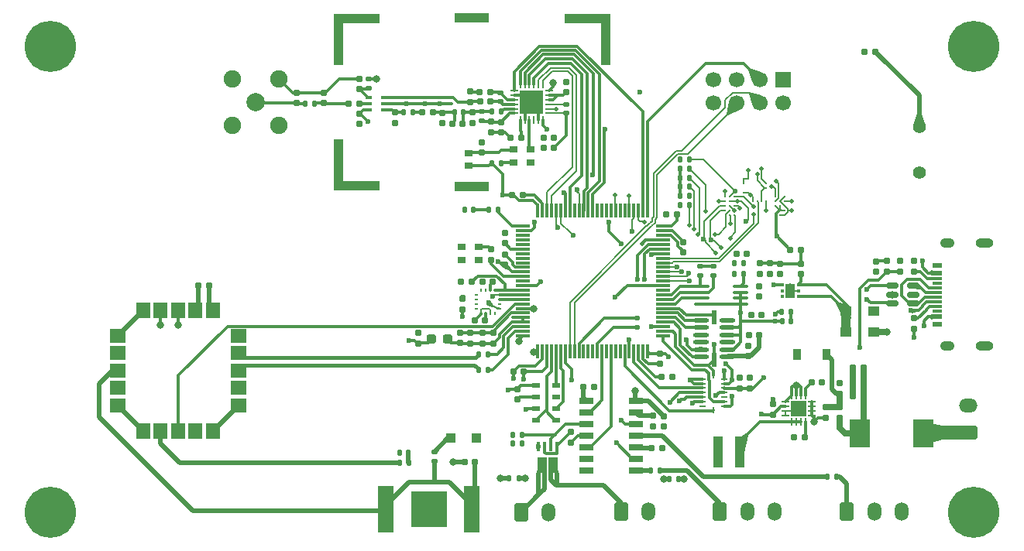
<source format=gbr>
%TF.GenerationSoftware,KiCad,Pcbnew,9.0.1*%
%TF.CreationDate,2025-04-20T12:35:35+07:00*%
%TF.ProjectId,IREC-FlighComputer,49524543-2d46-46c6-9967-68436f6d7075,rev?*%
%TF.SameCoordinates,Original*%
%TF.FileFunction,Copper,L1,Top*%
%TF.FilePolarity,Positive*%
%FSLAX46Y46*%
G04 Gerber Fmt 4.6, Leading zero omitted, Abs format (unit mm)*
G04 Created by KiCad (PCBNEW 9.0.1) date 2025-04-20 12:35:35*
%MOMM*%
%LPD*%
G01*
G04 APERTURE LIST*
G04 Aperture macros list*
%AMRoundRect*
0 Rectangle with rounded corners*
0 $1 Rounding radius*
0 $2 $3 $4 $5 $6 $7 $8 $9 X,Y pos of 4 corners*
0 Add a 4 corners polygon primitive as box body*
4,1,4,$2,$3,$4,$5,$6,$7,$8,$9,$2,$3,0*
0 Add four circle primitives for the rounded corners*
1,1,$1+$1,$2,$3*
1,1,$1+$1,$4,$5*
1,1,$1+$1,$6,$7*
1,1,$1+$1,$8,$9*
0 Add four rect primitives between the rounded corners*
20,1,$1+$1,$2,$3,$4,$5,0*
20,1,$1+$1,$4,$5,$6,$7,0*
20,1,$1+$1,$6,$7,$8,$9,0*
20,1,$1+$1,$8,$9,$2,$3,0*%
%AMFreePoly0*
4,1,17,4.483536,0.503536,4.485000,0.500000,4.485000,-0.500000,4.483536,-0.503536,4.480000,-0.505000,0.505000,-0.505000,0.505000,-5.050000,0.503536,-5.053536,0.500000,-5.055000,-0.500000,-5.055000,-0.503536,-5.053536,-0.505000,-5.050000,-0.505000,0.500000,-0.503536,0.503536,-0.500000,0.505000,4.480000,0.505000,4.483536,0.503536,4.483536,0.503536,$1*%
%AMFreePoly1*
4,1,17,0.503536,5.053536,0.505000,5.050000,0.505000,0.505000,4.480000,0.505000,4.483536,0.503536,4.485000,0.500000,4.485000,-0.500000,4.483536,-0.503536,4.480000,-0.505000,-0.500000,-0.505000,-0.503536,-0.503536,-0.505000,-0.500000,-0.505000,5.050000,-0.503536,5.053536,-0.500000,5.055000,0.500000,5.055000,0.503536,5.053536,0.503536,5.053536,$1*%
%AMFreePoly2*
4,1,17,0.503536,0.503536,0.505000,0.500000,0.505000,-5.050000,0.503536,-5.053536,0.500000,-5.055000,-0.500000,-5.055000,-0.503536,-5.053536,-0.505000,-5.050000,-0.505000,-0.505000,-4.480000,-0.505000,-4.483536,-0.503536,-4.485000,-0.500000,-4.485000,0.500000,-4.483536,0.503536,-4.480000,0.505000,0.500000,0.505000,0.503536,0.503536,0.503536,0.503536,$1*%
G04 Aperture macros list end*
%TA.AperFunction,SMDPad,CuDef*%
%ADD10RoundRect,0.135000X0.135000X0.185000X-0.135000X0.185000X-0.135000X-0.185000X0.135000X-0.185000X0*%
%TD*%
%TA.AperFunction,SMDPad,CuDef*%
%ADD11RoundRect,0.147500X-0.147500X-0.172500X0.147500X-0.172500X0.147500X0.172500X-0.147500X0.172500X0*%
%TD*%
%TA.AperFunction,SMDPad,CuDef*%
%ADD12R,2.300000X3.150000*%
%TD*%
%TA.AperFunction,SMDPad,CuDef*%
%ADD13R,3.960000X3.960000*%
%TD*%
%TA.AperFunction,SMDPad,CuDef*%
%ADD14R,1.780000X5.080000*%
%TD*%
%TA.AperFunction,SMDPad,CuDef*%
%ADD15R,1.525000X0.650000*%
%TD*%
%TA.AperFunction,SMDPad,CuDef*%
%ADD16RoundRect,0.135000X-0.135000X-0.185000X0.135000X-0.185000X0.135000X0.185000X-0.135000X0.185000X0*%
%TD*%
%TA.AperFunction,SMDPad,CuDef*%
%ADD17O,1.770000X0.450000*%
%TD*%
%TA.AperFunction,SMDPad,CuDef*%
%ADD18R,0.600000X1.550000*%
%TD*%
%TA.AperFunction,SMDPad,CuDef*%
%ADD19RoundRect,0.250000X-0.300000X-0.300000X0.300000X-0.300000X0.300000X0.300000X-0.300000X0.300000X0*%
%TD*%
%TA.AperFunction,SMDPad,CuDef*%
%ADD20RoundRect,0.155000X-0.155000X0.212500X-0.155000X-0.212500X0.155000X-0.212500X0.155000X0.212500X0*%
%TD*%
%TA.AperFunction,SMDPad,CuDef*%
%ADD21RoundRect,0.147500X0.172500X-0.147500X0.172500X0.147500X-0.172500X0.147500X-0.172500X-0.147500X0*%
%TD*%
%TA.AperFunction,SMDPad,CuDef*%
%ADD22RoundRect,0.155000X0.155000X-0.212500X0.155000X0.212500X-0.155000X0.212500X-0.155000X-0.212500X0*%
%TD*%
%TA.AperFunction,SMDPad,CuDef*%
%ADD23RoundRect,0.147500X0.147500X0.172500X-0.147500X0.172500X-0.147500X-0.172500X0.147500X-0.172500X0*%
%TD*%
%TA.AperFunction,SMDPad,CuDef*%
%ADD24RoundRect,0.155000X0.212500X0.155000X-0.212500X0.155000X-0.212500X-0.155000X0.212500X-0.155000X0*%
%TD*%
%TA.AperFunction,SMDPad,CuDef*%
%ADD25R,0.860000X0.800000*%
%TD*%
%TA.AperFunction,SMDPad,CuDef*%
%ADD26RoundRect,0.160000X0.160000X-0.197500X0.160000X0.197500X-0.160000X0.197500X-0.160000X-0.197500X0*%
%TD*%
%TA.AperFunction,SMDPad,CuDef*%
%ADD27RoundRect,0.075000X-0.725000X-0.075000X0.725000X-0.075000X0.725000X0.075000X-0.725000X0.075000X0*%
%TD*%
%TA.AperFunction,SMDPad,CuDef*%
%ADD28RoundRect,0.075000X-0.075000X-0.725000X0.075000X-0.725000X0.075000X0.725000X-0.075000X0.725000X0*%
%TD*%
%TA.AperFunction,SMDPad,CuDef*%
%ADD29R,0.250000X0.450000*%
%TD*%
%TA.AperFunction,SMDPad,CuDef*%
%ADD30R,0.450000X0.250000*%
%TD*%
%TA.AperFunction,SMDPad,CuDef*%
%ADD31RoundRect,0.160000X-0.197500X-0.160000X0.197500X-0.160000X0.197500X0.160000X-0.197500X0.160000X0*%
%TD*%
%TA.AperFunction,SMDPad,CuDef*%
%ADD32R,1.240000X1.120000*%
%TD*%
%TA.AperFunction,SMDPad,CuDef*%
%ADD33RoundRect,0.062500X0.062500X-0.350000X0.062500X0.350000X-0.062500X0.350000X-0.062500X-0.350000X0*%
%TD*%
%TA.AperFunction,SMDPad,CuDef*%
%ADD34RoundRect,0.062500X0.350000X-0.062500X0.350000X0.062500X-0.350000X0.062500X-0.350000X-0.062500X0*%
%TD*%
%TA.AperFunction,HeatsinkPad*%
%ADD35R,2.600000X2.600000*%
%TD*%
%TA.AperFunction,SMDPad,CuDef*%
%ADD36RoundRect,0.093750X-0.093750X-0.106250X0.093750X-0.106250X0.093750X0.106250X-0.093750X0.106250X0*%
%TD*%
%TA.AperFunction,HeatsinkPad*%
%ADD37C,0.500000*%
%TD*%
%TA.AperFunction,HeatsinkPad*%
%ADD38R,1.000000X1.600000*%
%TD*%
%TA.AperFunction,SMDPad,CuDef*%
%ADD39RoundRect,0.237500X-0.287500X-0.237500X0.287500X-0.237500X0.287500X0.237500X-0.287500X0.237500X0*%
%TD*%
%TA.AperFunction,SMDPad,CuDef*%
%ADD40R,1.803400X1.498600*%
%TD*%
%TA.AperFunction,SMDPad,CuDef*%
%ADD41R,1.498600X1.803400*%
%TD*%
%TA.AperFunction,SMDPad,CuDef*%
%ADD42RoundRect,0.155000X-0.212500X-0.155000X0.212500X-0.155000X0.212500X0.155000X-0.212500X0.155000X0*%
%TD*%
%TA.AperFunction,SMDPad,CuDef*%
%ADD43R,0.950000X0.550000*%
%TD*%
%TA.AperFunction,SMDPad,CuDef*%
%ADD44R,0.900000X0.800000*%
%TD*%
%TA.AperFunction,SMDPad,CuDef*%
%ADD45R,0.780000X0.350000*%
%TD*%
%TA.AperFunction,SMDPad,CuDef*%
%ADD46R,0.980000X3.400000*%
%TD*%
%TA.AperFunction,ComponentPad*%
%ADD47O,1.950000X1.050000*%
%TD*%
%TA.AperFunction,ComponentPad*%
%ADD48O,1.550000X1.050000*%
%TD*%
%TA.AperFunction,SMDPad,CuDef*%
%ADD49R,1.100000X0.600000*%
%TD*%
%TA.AperFunction,SMDPad,CuDef*%
%ADD50R,1.100000X0.300000*%
%TD*%
%TA.AperFunction,SMDPad,CuDef*%
%ADD51RoundRect,0.160000X-0.160000X0.197500X-0.160000X-0.197500X0.160000X-0.197500X0.160000X0.197500X0*%
%TD*%
%TA.AperFunction,SMDPad,CuDef*%
%ADD52O,1.660000X0.360000*%
%TD*%
%TA.AperFunction,SMDPad,CuDef*%
%ADD53RoundRect,0.135000X-0.185000X0.135000X-0.185000X-0.135000X0.185000X-0.135000X0.185000X0.135000X0*%
%TD*%
%TA.AperFunction,ComponentPad*%
%ADD54RoundRect,0.250001X-0.499999X-0.759999X0.499999X-0.759999X0.499999X0.759999X-0.499999X0.759999X0*%
%TD*%
%TA.AperFunction,ComponentPad*%
%ADD55O,1.500000X2.020000*%
%TD*%
%TA.AperFunction,ComponentPad*%
%ADD56C,2.006600*%
%TD*%
%TA.AperFunction,ComponentPad*%
%ADD57C,1.905000*%
%TD*%
%TA.AperFunction,SMDPad,CuDef*%
%ADD58R,0.800000X0.250000*%
%TD*%
%TA.AperFunction,SMDPad,CuDef*%
%ADD59R,0.250000X0.800000*%
%TD*%
%TA.AperFunction,ComponentPad*%
%ADD60C,5.600000*%
%TD*%
%TA.AperFunction,SMDPad,CuDef*%
%ADD61R,0.910000X1.220000*%
%TD*%
%TA.AperFunction,SMDPad,CuDef*%
%ADD62RoundRect,0.147500X-0.172500X0.147500X-0.172500X-0.147500X0.172500X-0.147500X0.172500X0.147500X0*%
%TD*%
%TA.AperFunction,SMDPad,CuDef*%
%ADD63FreePoly0,0.000000*%
%TD*%
%TA.AperFunction,SMDPad,CuDef*%
%ADD64FreePoly1,0.000000*%
%TD*%
%TA.AperFunction,SMDPad,CuDef*%
%ADD65R,3.800000X1.000000*%
%TD*%
%TA.AperFunction,SMDPad,CuDef*%
%ADD66FreePoly2,0.000000*%
%TD*%
%TA.AperFunction,SMDPad,CuDef*%
%ADD67RoundRect,0.150000X0.512500X0.150000X-0.512500X0.150000X-0.512500X-0.150000X0.512500X-0.150000X0*%
%TD*%
%TA.AperFunction,SMDPad,CuDef*%
%ADD68C,0.240000*%
%TD*%
%TA.AperFunction,ComponentPad*%
%ADD69C,1.398000*%
%TD*%
%TA.AperFunction,HeatsinkPad*%
%ADD70R,1.680000X1.680000*%
%TD*%
%TA.AperFunction,ComponentPad*%
%ADD71RoundRect,0.250001X0.759999X-0.499999X0.759999X0.499999X-0.759999X0.499999X-0.759999X-0.499999X0*%
%TD*%
%TA.AperFunction,ComponentPad*%
%ADD72O,2.020000X1.500000*%
%TD*%
%TA.AperFunction,ComponentPad*%
%ADD73R,1.700000X1.700000*%
%TD*%
%TA.AperFunction,ComponentPad*%
%ADD74C,1.700000*%
%TD*%
%TA.AperFunction,SMDPad,CuDef*%
%ADD75R,0.410000X0.990000*%
%TD*%
%TA.AperFunction,SMDPad,CuDef*%
%ADD76R,0.410000X0.760000*%
%TD*%
%TA.AperFunction,SMDPad,CuDef*%
%ADD77R,0.990000X1.725000*%
%TD*%
%TA.AperFunction,ViaPad*%
%ADD78C,0.600000*%
%TD*%
%TA.AperFunction,ViaPad*%
%ADD79C,0.800000*%
%TD*%
%TA.AperFunction,ViaPad*%
%ADD80C,0.500000*%
%TD*%
%TA.AperFunction,Conductor*%
%ADD81C,0.300000*%
%TD*%
%TA.AperFunction,Conductor*%
%ADD82C,0.200000*%
%TD*%
%TA.AperFunction,Conductor*%
%ADD83C,0.299370*%
%TD*%
%TA.AperFunction,Conductor*%
%ADD84C,0.500000*%
%TD*%
%TA.AperFunction,Conductor*%
%ADD85C,0.150000*%
%TD*%
%TA.AperFunction,Conductor*%
%ADD86C,0.700000*%
%TD*%
%TA.AperFunction,Conductor*%
%ADD87C,1.000000*%
%TD*%
%TA.AperFunction,Conductor*%
%ADD88C,1.500000*%
%TD*%
%TA.AperFunction,Conductor*%
%ADD89C,0.400000*%
%TD*%
G04 APERTURE END LIST*
D10*
%TO.P,R33,1*%
%TO.N,Debug_LED*%
X147950000Y-80900000D03*
%TO.P,R33,2*%
%TO.N,Net-(D10-A)*%
X146930000Y-80900000D03*
%TD*%
D11*
%TO.P,D10,1,K*%
%TO.N,VBAT-*%
X144330000Y-80900000D03*
%TO.P,D10,2,A*%
%TO.N,Net-(D10-A)*%
X145300000Y-80900000D03*
%TD*%
D12*
%TO.P,D1,1,K*%
%TO.N,VBAT+*%
X187550000Y-105400000D03*
%TO.P,D1,2,A*%
%TO.N,Net-(D1-A)*%
X194450000Y-105400000D03*
%TD*%
D13*
%TO.P,BT1,N*%
%TO.N,VBAT-*%
X140400000Y-113700000D03*
D14*
%TO.P,BT1,P1*%
%TO.N,Backup*%
X135700000Y-113700000D03*
%TO.P,BT1,P2*%
X145100000Y-113700000D03*
%TD*%
D15*
%TO.P,IC1,1,1~{OE}*%
%TO.N,/PWM_PD*%
X157588000Y-101790000D03*
%TO.P,IC1,2,1A*%
%TO.N,PWM_A*%
X157588000Y-103060000D03*
%TO.P,IC1,3,1Y*%
%TO.N,PYRO_A*%
X157588000Y-104330000D03*
%TO.P,IC1,4,2~{OE}*%
%TO.N,/PWM_PD*%
X157588000Y-105600000D03*
%TO.P,IC1,5,2A*%
%TO.N,PWM_B*%
X157588000Y-106870000D03*
%TO.P,IC1,6,2Y*%
%TO.N,PYRO_B*%
X157588000Y-108140000D03*
%TO.P,IC1,7,GND*%
%TO.N,VBAT-*%
X157588000Y-109410000D03*
%TO.P,IC1,8,3Y*%
%TO.N,SERVO_C*%
X163012000Y-109410000D03*
%TO.P,IC1,9,3A*%
%TO.N,PWM_C*%
X163012000Y-108140000D03*
%TO.P,IC1,10,3~{OE}*%
%TO.N,/PWM_PD*%
X163012000Y-106870000D03*
%TO.P,IC1,11,4Y*%
%TO.N,SERVO_A*%
X163012000Y-105600000D03*
%TO.P,IC1,12,4A*%
%TO.N,PWM_D*%
X163012000Y-104330000D03*
%TO.P,IC1,13,4~{OE}*%
%TO.N,/PWM_PD*%
X163012000Y-103060000D03*
%TO.P,IC1,14,VCC*%
%TO.N,+5V*%
X163012000Y-101790000D03*
%TD*%
D16*
%TO.P,R19,1*%
%TO.N,+3.3V*%
X167890000Y-75400000D03*
%TO.P,R19,2*%
%TO.N,EMMC_DAT7*%
X168910000Y-75400000D03*
%TD*%
D17*
%TO.P,U6,1,VDDI/O*%
%TO.N,+3.3V*%
X173000000Y-97000000D03*
%TO.P,U6,2,GND*%
%TO.N,VBAT-*%
X173000000Y-96200000D03*
%TO.P,U6,3,RESERVED*%
%TO.N,unconnected-(U6-RESERVED-Pad3)*%
X173000000Y-95400000D03*
%TO.P,U6,4,GND*%
%TO.N,VBAT-*%
X173000000Y-94600000D03*
%TO.P,U6,5,GND*%
X173000000Y-93800000D03*
%TO.P,U6,6,VS*%
%TO.N,+3.3V*%
X173000000Y-93000000D03*
D18*
%TO.P,U6,7,~{CS}*%
%TO.N,ADXL375_CS*%
X171590000Y-92700000D03*
D17*
%TO.P,U6,8,INT1*%
%TO.N,ADXL375_INT1*%
X170180000Y-93000000D03*
%TO.P,U6,9,INT2*%
%TO.N,ADXL375_INT2*%
X170180000Y-93800000D03*
%TO.P,U6,10,NC*%
%TO.N,unconnected-(U6-NC-Pad10)*%
X170180000Y-94600000D03*
%TO.P,U6,11,RESERVED*%
%TO.N,unconnected-(U6-RESERVED-Pad11)*%
X170180000Y-95400000D03*
%TO.P,U6,12,SDO/ALTADDRESS*%
%TO.N,ADXL375_SDO*%
X170180000Y-96200000D03*
%TO.P,U6,13,SDA/SDI/SDIO*%
%TO.N,ADXL375_SDI*%
X170180000Y-97000000D03*
D18*
%TO.P,U6,14,SCL/SCLK*%
%TO.N,ADXL375_SCLK*%
X171590000Y-97300000D03*
%TD*%
D19*
%TO.P,D6,1,K*%
%TO.N,Net-(D6-K)*%
X142800000Y-105900000D03*
%TO.P,D6,2,A*%
%TO.N,+3.3V*%
X145600000Y-105900000D03*
%TD*%
D10*
%TO.P,R14,1*%
%TO.N,GNSS_RX*%
X146910000Y-96700000D03*
%TO.P,R14,2*%
%TO.N,Net-(U10-RXD)*%
X145890000Y-96700000D03*
%TD*%
D20*
%TO.P,C26,1*%
%TO.N,VBAT-*%
X178800000Y-86800000D03*
%TO.P,C26,2*%
%TO.N,+3.3V*%
X178800000Y-87935000D03*
%TD*%
D10*
%TO.P,R30,1*%
%TO.N,+3.3V*%
X174810000Y-86700000D03*
%TO.P,R30,2*%
%TO.N,EMMC_DAT0*%
X173790000Y-86700000D03*
%TD*%
D21*
%TO.P,L3,1*%
%TO.N,Net-(U13-VREG)*%
X155400000Y-70347500D03*
%TO.P,L3,2*%
%TO.N,Net-(U13-DCC_SW)*%
X155400000Y-69377500D03*
%TD*%
D22*
%TO.P,C40,1*%
%TO.N,VBAT-*%
X132800000Y-71530000D03*
%TO.P,C40,2*%
%TO.N,+3.3V*%
X132800000Y-70395000D03*
%TD*%
D10*
%TO.P,R29,1*%
%TO.N,+3.3V*%
X174800000Y-87900000D03*
%TO.P,R29,2*%
%TO.N,EMMC_DAT1*%
X173780000Y-87900000D03*
%TD*%
D23*
%TO.P,L8,1*%
%TO.N,Net-(C58-Pad2)*%
X138650000Y-70270000D03*
%TO.P,L8,2*%
%TO.N,RF1*%
X137680000Y-70270000D03*
%TD*%
D16*
%TO.P,R25,1*%
%TO.N,SERVO_C*%
X164680000Y-109400000D03*
%TO.P,R25,2*%
%TO.N,Net-(J2-Pin_1)*%
X165700000Y-109400000D03*
%TD*%
D24*
%TO.P,C55,1*%
%TO.N,Net-(U13-RFI_N)*%
X147167500Y-69062500D03*
%TO.P,C55,2*%
%TO.N,RF2*%
X146032500Y-69062500D03*
%TD*%
D22*
%TO.P,C30,1*%
%TO.N,+3.3V*%
X175450000Y-100447500D03*
%TO.P,C30,2*%
%TO.N,VBAT-*%
X175450000Y-99312500D03*
%TD*%
%TO.P,C9,1*%
%TO.N,+3.3V*%
X148700000Y-86935000D03*
%TO.P,C9,2*%
%TO.N,VBAT-*%
X148700000Y-85800000D03*
%TD*%
D25*
%TO.P,FB2,1,1*%
%TO.N,Net-(Y1-VDD)*%
X144800000Y-74700000D03*
%TO.P,FB2,2,2*%
%TO.N,+3.3V*%
X144800000Y-76100000D03*
%TD*%
D26*
%TO.P,R6,1*%
%TO.N,Net-(USB1-CC2)*%
X193400000Y-87677500D03*
%TO.P,R6,2*%
%TO.N,VBAT-*%
X193400000Y-86482500D03*
%TD*%
%TO.P,R8,1*%
%TO.N,BCD*%
X191900000Y-87675000D03*
%TO.P,R8,2*%
%TO.N,VBAT-*%
X191900000Y-86480000D03*
%TD*%
D23*
%TO.P,L2,1*%
%TO.N,Net-(C44-Pad1)*%
X127900000Y-69262500D03*
%TO.P,L2,2*%
%TO.N,Net-(C49-Pad2)*%
X126930000Y-69262500D03*
%TD*%
D22*
%TO.P,C19,1*%
%TO.N,+3.3V*%
X139290000Y-95537500D03*
%TO.P,C19,2*%
%TO.N,VBAT-*%
X139290000Y-94402500D03*
%TD*%
D20*
%TO.P,C46,1*%
%TO.N,VBAT-*%
X128900000Y-68095000D03*
%TO.P,C46,2*%
%TO.N,Net-(C44-Pad1)*%
X128900000Y-69230000D03*
%TD*%
D27*
%TO.P,U5,1,PE2*%
%TO.N,Debug_LED*%
X150650000Y-82700000D03*
%TO.P,U5,2,PE3*%
%TO.N,PWM_Buzzer*%
X150650000Y-83200000D03*
%TO.P,U5,3,PE4*%
%TO.N,unconnected-(U5-PE4-Pad3)*%
X150650000Y-83700000D03*
%TO.P,U5,4,PE5*%
%TO.N,unconnected-(U5-PE5-Pad4)*%
X150650000Y-84200000D03*
%TO.P,U5,5,PE6*%
%TO.N,unconnected-(U5-PE6-Pad5)*%
X150650000Y-84700000D03*
%TO.P,U5,6,VBAT*%
%TO.N,+3.3V*%
X150650000Y-85200000D03*
%TO.P,U5,7,PC13*%
%TO.N,unconnected-(U5-PC13-Pad7)*%
X150650000Y-85700000D03*
%TO.P,U5,8,PC14*%
%TO.N,unconnected-(U5-PC14-Pad8)*%
X150650000Y-86200000D03*
%TO.P,U5,9,PC15*%
%TO.N,unconnected-(U5-PC15-Pad9)*%
X150650000Y-86700000D03*
%TO.P,U5,10,VSS*%
%TO.N,VBAT-*%
X150650000Y-87200000D03*
%TO.P,U5,11,VDD*%
%TO.N,+3.3V*%
X150650000Y-87700000D03*
%TO.P,U5,12,PH0*%
%TO.N,HSE_IN*%
X150650000Y-88200000D03*
%TO.P,U5,13,PH1*%
%TO.N,HSE_OUT*%
X150650000Y-88700000D03*
%TO.P,U5,14,NRST*%
%TO.N,nRST*%
X150650000Y-89200000D03*
%TO.P,U5,15,PC0*%
%TO.N,MMC5983MA_SCL*%
X150650000Y-89700000D03*
%TO.P,U5,16,PC1*%
%TO.N,MMC5983MA_SDA*%
X150650000Y-90200000D03*
%TO.P,U5,17,PC2*%
%TO.N,MMC5983MA_INT*%
X150650000Y-90700000D03*
%TO.P,U5,18,PC3*%
%TO.N,GNSS_SafeBoot*%
X150650000Y-91200000D03*
%TO.P,U5,19,VSSA*%
%TO.N,VBAT-*%
X150650000Y-91700000D03*
%TO.P,U5,20,VREF-*%
X150650000Y-92200000D03*
%TO.P,U5,21,VREF+*%
%TO.N,VREF+*%
X150650000Y-92700000D03*
%TO.P,U5,22,VDDA*%
X150650000Y-93200000D03*
%TO.P,U5,23,PA0*%
%TO.N,GNSS_RX*%
X150650000Y-93700000D03*
%TO.P,U5,24,PA1*%
%TO.N,GNSS_TX*%
X150650000Y-94200000D03*
%TO.P,U5,25,PA2*%
%TO.N,GNSS_Reset*%
X150650000Y-94700000D03*
D28*
%TO.P,U5,26,PA3*%
%TO.N,GNSS_INT*%
X152325000Y-96375000D03*
%TO.P,U5,27,VSS*%
%TO.N,VBAT-*%
X152825000Y-96375000D03*
%TO.P,U5,28,VDD*%
%TO.N,+3.3V*%
X153325000Y-96375000D03*
%TO.P,U5,29,PA4*%
%TO.N,MS5607_NSS*%
X153825000Y-96375000D03*
%TO.P,U5,30,PA5*%
%TO.N,MS5607_SCLK*%
X154325000Y-96375000D03*
%TO.P,U5,31,PA6*%
%TO.N,MS5607_MISO*%
X154825000Y-96375000D03*
%TO.P,U5,32,PA7*%
%TO.N,MS5607_MOSI*%
X155325000Y-96375000D03*
%TO.P,U5,33,PC4*%
%TO.N,COMPANION_RX*%
X155825000Y-96375000D03*
%TO.P,U5,34,PC5*%
%TO.N,COMPANION_TX*%
X156325000Y-96375000D03*
%TO.P,U5,35,PB0*%
%TO.N,BAT_LEVEL*%
X156825000Y-96375000D03*
%TO.P,U5,36,PB1*%
%TO.N,unconnected-(U5-PB1-Pad36)*%
X157325000Y-96375000D03*
%TO.P,U5,37,PB2*%
%TO.N,unconnected-(U5-PB2-Pad37)*%
X157825000Y-96375000D03*
%TO.P,U5,38,PE7*%
%TO.N,unconnected-(U5-PE7-Pad38)*%
X158325000Y-96375000D03*
%TO.P,U5,39,PE8*%
%TO.N,BCD*%
X158825000Y-96375000D03*
%TO.P,U5,40,PE9*%
%TO.N,PWM_A*%
X159325000Y-96375000D03*
%TO.P,U5,41,PE10*%
%TO.N,unconnected-(U5-PE10-Pad41)*%
X159825000Y-96375000D03*
%TO.P,U5,42,PE11*%
%TO.N,PWM_B*%
X160325000Y-96375000D03*
%TO.P,U5,43,PE12*%
%TO.N,unconnected-(U5-PE12-Pad43)*%
X160825000Y-96375000D03*
%TO.P,U5,44,PE13*%
%TO.N,unconnected-(U5-PE13-Pad44)*%
X161325000Y-96375000D03*
%TO.P,U5,45,PE14*%
%TO.N,BMI088_ACCEL_INT*%
X161825000Y-96375000D03*
%TO.P,U5,46,PE15*%
%TO.N,BMI088_GYRO_INT*%
X162325000Y-96375000D03*
%TO.P,U5,47,PB10*%
%TO.N,BMI088_GYRO_CS*%
X162825000Y-96375000D03*
%TO.P,U5,48,VCAP*%
%TO.N,Net-(U5-VCAP)*%
X163325000Y-96375000D03*
%TO.P,U5,49,VSS*%
%TO.N,VBAT-*%
X163825000Y-96375000D03*
%TO.P,U5,50,VDD*%
%TO.N,+3.3V*%
X164325000Y-96375000D03*
D27*
%TO.P,U5,51,PB12*%
%TO.N,BMI088_ACCEL_CS*%
X166000000Y-94700000D03*
%TO.P,U5,52,PB13*%
%TO.N,ADXL375_SCLK*%
X166000000Y-94200000D03*
%TO.P,U5,53,PB14*%
%TO.N,ADXL375_SDO*%
X166000000Y-93700000D03*
%TO.P,U5,54,PB15*%
%TO.N,ADXL375_SDI*%
X166000000Y-93200000D03*
%TO.P,U5,55,PD8*%
%TO.N,ADXL375_INT2*%
X166000000Y-92700000D03*
%TO.P,U5,56,PD9*%
%TO.N,ADXL375_INT1*%
X166000000Y-92200000D03*
%TO.P,U5,57,PD10*%
%TO.N,ADXL375_CS*%
X166000000Y-91700000D03*
%TO.P,U5,58,PD11*%
%TO.N,TMP275_ALERT*%
X166000000Y-91200000D03*
%TO.P,U5,59,PD12*%
%TO.N,TMP275_SCL*%
X166000000Y-90700000D03*
%TO.P,U5,60,PD13*%
%TO.N,TMP275_SDA*%
X166000000Y-90200000D03*
%TO.P,U5,61,PD14*%
%TO.N,unconnected-(U5-PD14-Pad61)*%
X166000000Y-89700000D03*
%TO.P,U5,62,PD15*%
%TO.N,PWM_C*%
X166000000Y-89200000D03*
%TO.P,U5,63,PC6*%
%TO.N,EMMC_DAT6*%
X166000000Y-88700000D03*
%TO.P,U5,64,PC7*%
%TO.N,EMMC_DAT7*%
X166000000Y-88200000D03*
%TO.P,U5,65,PC8*%
%TO.N,EMMC_DAT0*%
X166000000Y-87700000D03*
%TO.P,U5,66,PC9*%
%TO.N,EMMC_DAT1*%
X166000000Y-87200000D03*
%TO.P,U5,67,PA8*%
%TO.N,EMMC_DATASTROBE*%
X166000000Y-86700000D03*
%TO.P,U5,68,PA9*%
%TO.N,EMMC_RSTN*%
X166000000Y-86200000D03*
%TO.P,U5,69,PA10*%
%TO.N,PWM_D*%
X166000000Y-85700000D03*
%TO.P,U5,70,PA11*%
%TO.N,USB_DN*%
X166000000Y-85200000D03*
%TO.P,U5,71,PA12*%
%TO.N,USB_DP*%
X166000000Y-84700000D03*
%TO.P,U5,72,PA13*%
%TO.N,SWDIO*%
X166000000Y-84200000D03*
%TO.P,U5,73,VDDUSB*%
%TO.N,+3.3V*%
X166000000Y-83700000D03*
%TO.P,U5,74,VSS*%
%TO.N,VBAT-*%
X166000000Y-83200000D03*
%TO.P,U5,75,VDD*%
%TO.N,+3.3V*%
X166000000Y-82700000D03*
D28*
%TO.P,U5,76,PA14*%
%TO.N,SWCLK*%
X164325000Y-81025000D03*
%TO.P,U5,77,PA15*%
%TO.N,SX1262_NSS*%
X163825000Y-81025000D03*
%TO.P,U5,78,PC10*%
%TO.N,EMMC_DAT2*%
X163325000Y-81025000D03*
%TO.P,U5,79,PC11*%
%TO.N,EMMC_DAT3*%
X162825000Y-81025000D03*
%TO.P,U5,80,PC12*%
%TO.N,EMMC_CLK*%
X162325000Y-81025000D03*
%TO.P,U5,81,PD0*%
%TO.N,unconnected-(U5-PD0-Pad81)*%
X161825000Y-81025000D03*
%TO.P,U5,82,PD1*%
%TO.N,unconnected-(U5-PD1-Pad82)*%
X161325000Y-81025000D03*
%TO.P,U5,83,PD2*%
%TO.N,EMMC_CMD*%
X160825000Y-81025000D03*
%TO.P,U5,84,PD3*%
%TO.N,unconnected-(U5-PD3-Pad84)*%
X160325000Y-81025000D03*
%TO.P,U5,85,PD4*%
%TO.N,unconnected-(U5-PD4-Pad85)*%
X159825000Y-81025000D03*
%TO.P,U5,86,PD5*%
%TO.N,unconnected-(U5-PD5-Pad86)*%
X159325000Y-81025000D03*
%TO.P,U5,87,PD6*%
%TO.N,SX1262_DIO2*%
X158825000Y-81025000D03*
%TO.P,U5,88,PD7*%
%TO.N,SX1262_DIO3*%
X158325000Y-81025000D03*
%TO.P,U5,89,PB3*%
%TO.N,SX1262_SCK*%
X157825000Y-81025000D03*
%TO.P,U5,90,PB4*%
%TO.N,SX1262_MISO*%
X157325000Y-81025000D03*
%TO.P,U5,91,PB5*%
%TO.N,SX1262_MOSI*%
X156825000Y-81025000D03*
%TO.P,U5,92,PB6*%
%TO.N,unconnected-(U5-PB6-Pad92)*%
X156325000Y-81025000D03*
%TO.P,U5,93,PB7*%
%TO.N,SX1262_RST*%
X155825000Y-81025000D03*
%TO.P,U5,94,PH3*%
%TO.N,BOOT0*%
X155325000Y-81025000D03*
%TO.P,U5,95,PB8*%
%TO.N,EMMC_DAT4*%
X154825000Y-81025000D03*
%TO.P,U5,96,PB9*%
%TO.N,EMMC_DAT5*%
X154325000Y-81025000D03*
%TO.P,U5,97,PE0*%
%TO.N,SX1262_BUSY*%
X153825000Y-81025000D03*
%TO.P,U5,98,PE1*%
%TO.N,SX1262_DIO1*%
X153325000Y-81025000D03*
%TO.P,U5,99,VSS*%
%TO.N,VBAT-*%
X152825000Y-81025000D03*
%TO.P,U5,100,VDD*%
%TO.N,+3.3V*%
X152325000Y-81025000D03*
%TD*%
D29*
%TO.P,U9,1,SCL/SPI_SCK*%
%TO.N,MMC5983MA_SCL*%
X147610000Y-89690000D03*
%TO.P,U9,2,VDD*%
%TO.N,+3.3V*%
X147110000Y-89690000D03*
%TO.P,U9,3,NC*%
%TO.N,unconnected-(U9-NC-Pad3)*%
X146610000Y-89690000D03*
%TO.P,U9,4,SPI_CS*%
%TO.N,unconnected-(U9-SPI_CS-Pad4)*%
X146110000Y-89690000D03*
D30*
%TO.P,U9,5,SPI_SDO*%
%TO.N,unconnected-(U9-SPI_SDO-Pad5)*%
X145600000Y-90200000D03*
%TO.P,U9,6,NC*%
%TO.N,unconnected-(U9-NC-Pad6)*%
X145600000Y-90700000D03*
%TO.P,U9,7,NC*%
%TO.N,unconnected-(U9-NC-Pad7)*%
X145600000Y-91200000D03*
%TO.P,U9,8,NC*%
%TO.N,unconnected-(U9-NC-Pad8)*%
X145600000Y-91700000D03*
D29*
%TO.P,U9,9,GND*%
%TO.N,VBAT-*%
X146110000Y-92210000D03*
%TO.P,U9,10,CAP*%
%TO.N,Net-(U9-CAP)*%
X146610000Y-92210000D03*
%TO.P,U9,11,GND*%
%TO.N,VBAT-*%
X147110000Y-92210000D03*
%TO.P,U9,12,NC*%
%TO.N,unconnected-(U9-NC-Pad12)*%
X147610000Y-92210000D03*
D30*
%TO.P,U9,13,VDDIO*%
%TO.N,+3.3V*%
X148120000Y-91700000D03*
%TO.P,U9,14,NC*%
%TO.N,unconnected-(U9-NC-Pad14)*%
X148120000Y-91200000D03*
%TO.P,U9,15,INT*%
%TO.N,MMC5983MA_INT*%
X148120000Y-90700000D03*
%TO.P,U9,16,SDA/SPI_SDI*%
%TO.N,MMC5983MA_SDA*%
X148120000Y-90200000D03*
%TD*%
D22*
%TO.P,C1,1*%
%TO.N,+3.3V*%
X176600000Y-87900000D03*
%TO.P,C1,2*%
%TO.N,VBAT-*%
X176600000Y-86765000D03*
%TD*%
D20*
%TO.P,C56,1*%
%TO.N,Net-(C54-Pad2)*%
X141900000Y-70295000D03*
%TO.P,C56,2*%
%TO.N,VBAT-*%
X141900000Y-71430000D03*
%TD*%
D31*
%TO.P,R23,1*%
%TO.N,PWM_Buzzer*%
X188055000Y-63660000D03*
%TO.P,R23,2*%
%TO.N,Net-(LS1-Pad1)*%
X189250000Y-63660000D03*
%TD*%
D22*
%TO.P,C2,1*%
%TO.N,VREF+*%
X146300000Y-95535000D03*
%TO.P,C2,2*%
%TO.N,VBAT-*%
X146300000Y-94400000D03*
%TD*%
D32*
%TO.P,D3,1,K*%
%TO.N,Net-(D3-K)*%
X186000000Y-94300000D03*
%TO.P,D3,2,A*%
%TO.N,+5V*%
X189000000Y-94300000D03*
%TD*%
D33*
%TO.P,U13,1,VDD_IN*%
%TO.N,+3.3V*%
X150400000Y-71037500D03*
%TO.P,U13,2,GND*%
%TO.N,VBAT-*%
X150900000Y-71037500D03*
%TO.P,U13,3,XTA*%
%TO.N,XTA*%
X151400000Y-71037500D03*
%TO.P,U13,4,XTB*%
%TO.N,unconnected-(U13-XTB-Pad4)*%
X151900000Y-71037500D03*
%TO.P,U13,5,GND*%
%TO.N,VBAT-*%
X152400000Y-71037500D03*
%TO.P,U13,6,DIO3*%
%TO.N,SX1262_DIO3*%
X152900000Y-71037500D03*
D34*
%TO.P,U13,7,VREG*%
%TO.N,Net-(U13-VREG)*%
X153587500Y-70350000D03*
%TO.P,U13,8,GND*%
%TO.N,VBAT-*%
X153587500Y-69850000D03*
%TO.P,U13,9,DCC_SW*%
%TO.N,Net-(U13-DCC_SW)*%
X153587500Y-69350000D03*
%TO.P,U13,10,VBAT*%
%TO.N,+3.3V*%
X153587500Y-68850000D03*
%TO.P,U13,11,VBAT_IO*%
X153587500Y-68350000D03*
%TO.P,U13,12,DIO2*%
%TO.N,ANT_SW*%
X153587500Y-67850000D03*
D33*
%TO.P,U13,13,DIO1*%
%TO.N,SX1262_DIO1*%
X152900000Y-67162500D03*
%TO.P,U13,14,BUSY*%
%TO.N,SX1262_BUSY*%
X152400000Y-67162500D03*
%TO.P,U13,15,~{RESET}*%
%TO.N,SX1262_RST*%
X151900000Y-67162500D03*
%TO.P,U13,16,MISO*%
%TO.N,SX1262_MISO*%
X151400000Y-67162500D03*
%TO.P,U13,17,MOSI*%
%TO.N,SX1262_MOSI*%
X150900000Y-67162500D03*
%TO.P,U13,18,SCK*%
%TO.N,SX1262_SCK*%
X150400000Y-67162500D03*
D34*
%TO.P,U13,19,NSS*%
%TO.N,SX1262_NSS*%
X149712500Y-67850000D03*
%TO.P,U13,20,GND*%
%TO.N,VBAT-*%
X149712500Y-68350000D03*
%TO.P,U13,21,RFI_P*%
%TO.N,Net-(U13-RFI_P)*%
X149712500Y-68850000D03*
%TO.P,U13,22,RFI_N*%
%TO.N,Net-(U13-RFI_N)*%
X149712500Y-69350000D03*
%TO.P,U13,23,RFO*%
%TO.N,Net-(U13-RFO)*%
X149712500Y-69850000D03*
%TO.P,U13,24,VR_PA*%
%TO.N,Net-(U13-VR_PA)*%
X149712500Y-70350000D03*
D35*
%TO.P,U13,25,GND*%
%TO.N,VBAT-*%
X151650000Y-69100000D03*
%TD*%
D36*
%TO.P,U3,1,OUT*%
%TO.N,+3.3V*%
X179025000Y-89100000D03*
%TO.P,U3,2,NC*%
%TO.N,unconnected-(U3-NC-Pad2)*%
X179025000Y-89750000D03*
%TO.P,U3,3,PG*%
%TO.N,unconnected-(U3-PG-Pad3)*%
X179025000Y-90400000D03*
%TO.P,U3,4,EN*%
%TO.N,Net-(D3-K)*%
X180800000Y-90400000D03*
%TO.P,U3,5,GND*%
%TO.N,VBAT-*%
X180800000Y-89750000D03*
%TO.P,U3,6,IN*%
%TO.N,Net-(D3-K)*%
X180800000Y-89100000D03*
D37*
%TO.P,U3,7,EP*%
%TO.N,VBAT-*%
X179912500Y-89200000D03*
D38*
X179912500Y-89750000D03*
D37*
X179912500Y-90300000D03*
%TD*%
D39*
%TO.P,FB1,1*%
%TO.N,+3.3V*%
X140700000Y-95067500D03*
%TO.P,FB1,2*%
%TO.N,VREF+*%
X142450000Y-95067500D03*
%TD*%
D16*
%TO.P,R21,1*%
%TO.N,+3.3V*%
X167880000Y-80400000D03*
%TO.P,R21,2*%
%TO.N,EMMC_DAT5*%
X168900000Y-80400000D03*
%TD*%
D40*
%TO.P,U10,1,GND*%
%TO.N,VBAT-*%
X106399996Y-94699999D03*
%TO.P,U10,2,V_IO*%
%TO.N,+3.3V*%
X106399996Y-96600000D03*
%TO.P,U10,3,V_BCKP*%
%TO.N,Backup*%
X106399996Y-98499999D03*
%TO.P,U10,4,GND*%
%TO.N,VBAT-*%
X106399996Y-100399998D03*
%TO.P,U10,5,GND*%
X106399996Y-102299999D03*
D41*
%TO.P,U10,6,GND*%
X109199998Y-105100001D03*
%TO.P,U10,7,TIMEPULSE*%
%TO.N,PPS*%
X111099999Y-105100001D03*
%TO.P,U10,8,SAFEBOOT_N*%
%TO.N,GNSS_SafeBoot*%
X112999998Y-105100001D03*
%TO.P,U10,9,SDA*%
%TO.N,unconnected-(U10-SDA-Pad9)*%
X114899997Y-105100001D03*
%TO.P,U10,10,GND*%
%TO.N,VBAT-*%
X116799998Y-105100001D03*
D40*
%TO.P,U10,11,GND*%
X119600000Y-102299999D03*
%TO.P,U10,12,SCL*%
%TO.N,unconnected-(U10-SCL-Pad12)*%
X119600000Y-100399998D03*
%TO.P,U10,13,TXD*%
%TO.N,Net-(U10-TXD)*%
X119600000Y-98499999D03*
%TO.P,U10,14,RXD*%
%TO.N,Net-(U10-RXD)*%
X119600000Y-96600000D03*
%TO.P,U10,15,GND*%
%TO.N,VBAT-*%
X119600000Y-94699999D03*
D41*
%TO.P,U10,16,GND*%
X116799998Y-91899997D03*
%TO.P,U10,17,VCC*%
%TO.N,+3.3V*%
X114899997Y-91899997D03*
%TO.P,U10,18,RESET_N*%
%TO.N,GNSS_Reset*%
X112999998Y-91899997D03*
%TO.P,U10,19,EXTINT*%
%TO.N,GNSS_INT*%
X111099999Y-91899997D03*
%TO.P,U10,20,GND*%
%TO.N,VBAT-*%
X109199998Y-91899997D03*
%TD*%
D24*
%TO.P,C10,1*%
%TO.N,+3.3V*%
X150800000Y-98600000D03*
%TO.P,C10,2*%
%TO.N,VBAT-*%
X149665000Y-98600000D03*
%TD*%
D42*
%TO.P,C18,1*%
%TO.N,VBAT-*%
X186765000Y-98200000D03*
%TO.P,C18,2*%
%TO.N,VBAT+*%
X187900000Y-98200000D03*
%TD*%
D43*
%TO.P,U8,1,VDD*%
%TO.N,+3.3V*%
X152150000Y-100150000D03*
%TO.P,U8,2,PS*%
%TO.N,VBAT-*%
X152150000Y-101400000D03*
%TO.P,U8,3,GND*%
X152150000Y-102650000D03*
%TO.P,U8,4,CSB*%
%TO.N,MS5607_NSS*%
X152150000Y-103900000D03*
%TO.P,U8,5,CSB*%
X154300000Y-103900000D03*
%TO.P,U8,6,SDO*%
%TO.N,MS5607_MISO*%
X154300000Y-102650000D03*
%TO.P,U8,7,SDI/SDA*%
%TO.N,MS5607_MOSI*%
X154300000Y-101400000D03*
%TO.P,U8,8,SCLK*%
%TO.N,MS5607_SCLK*%
X154300000Y-100150000D03*
%TD*%
D44*
%TO.P,X2,1,GROUND_1*%
%TO.N,VBAT-*%
X143975000Y-86425000D03*
%TO.P,X2,2,GROUND_2*%
X145825000Y-86425000D03*
%TO.P,X2,3,OUTPUT*%
%TO.N,Net-(X2-OUTPUT)*%
X145825000Y-84975000D03*
%TO.P,X2,4,VDD*%
%TO.N,+3.3V*%
X143975000Y-84975000D03*
%TD*%
D24*
%TO.P,C54,1*%
%TO.N,Net-(C53-Pad1)*%
X144100000Y-71462500D03*
%TO.P,C54,2*%
%TO.N,Net-(C54-Pad2)*%
X142965000Y-71462500D03*
%TD*%
D16*
%TO.P,R26,1*%
%TO.N,+3.3V*%
X167860000Y-77400000D03*
%TO.P,R26,2*%
%TO.N,EMMC_DAT4*%
X168880000Y-77400000D03*
%TD*%
D45*
%TO.P,U12,1,RF1*%
%TO.N,RF1*%
X135540000Y-69962500D03*
%TO.P,U12,2,GND*%
%TO.N,VBAT-*%
X135540000Y-69312500D03*
%TO.P,U12,3,RF2*%
%TO.N,RF2*%
X135540000Y-68662500D03*
%TO.P,U12,4,CTRL*%
%TO.N,Net-(U12-CTRL)*%
X133860000Y-68662500D03*
%TO.P,U12,5,RFC*%
%TO.N,Net-(U12-RFC)*%
X133860000Y-69312500D03*
%TO.P,U12,6,CTRL#orVDD*%
%TO.N,+3.3V*%
X133860000Y-69962500D03*
%TD*%
D16*
%TO.P,R12,1*%
%TO.N,PPS*%
X137190000Y-108600000D03*
%TO.P,R12,2*%
%TO.N,Net-(D5-A)*%
X138210000Y-108600000D03*
%TD*%
D24*
%TO.P,C48,1*%
%TO.N,Net-(U13-VREG)*%
X154100000Y-74100000D03*
%TO.P,C48,2*%
%TO.N,VBAT-*%
X152965000Y-74100000D03*
%TD*%
D46*
%TO.P,L1,1*%
%TO.N,+5V*%
X172015000Y-107400000D03*
%TO.P,L1,2*%
%TO.N,Net-(L1-Pad2)*%
X174385000Y-107400000D03*
%TD*%
D47*
%TO.P,USB1,1,MH1*%
%TO.N,VBAT-*%
X201112500Y-95820000D03*
%TO.P,USB1,2,MH2*%
X201112500Y-84580000D03*
D48*
%TO.P,USB1,3,MH3*%
X197112500Y-95820000D03*
%TO.P,USB1,4,MH4*%
X197112500Y-84580000D03*
D49*
%TO.P,USB1,A1,GND_1*%
X195962500Y-93400000D03*
%TO.P,USB1,A4,VBUS_1*%
%TO.N,VBUS*%
X195962500Y-92600000D03*
D50*
%TO.P,USB1,A5,CC1*%
%TO.N,Net-(USB1-CC1)*%
X195962500Y-91450000D03*
%TO.P,USB1,A6,DP1*%
%TO.N,D+*%
X195962500Y-90450000D03*
%TO.P,USB1,A7,DN1*%
%TO.N,D-*%
X195962500Y-89950000D03*
%TO.P,USB1,A8,SBU1*%
%TO.N,unconnected-(USB1-SBU1-PadA8)*%
X195962500Y-88950000D03*
D49*
%TO.P,USB1,A9,VBUS_2*%
%TO.N,VBUS*%
X195962500Y-87800000D03*
%TO.P,USB1,A12,GND_2*%
%TO.N,VBAT-*%
X195962500Y-87000000D03*
D50*
%TO.P,USB1,B5,CC2*%
%TO.N,Net-(USB1-CC2)*%
X195962500Y-88450000D03*
%TO.P,USB1,B6,DP2*%
%TO.N,D+*%
X195962500Y-89450000D03*
%TO.P,USB1,B7,DN2*%
%TO.N,D-*%
X195962500Y-90950000D03*
%TO.P,USB1,B8,SBU2*%
%TO.N,unconnected-(USB1-SBU2-PadB8)*%
X195962500Y-91950000D03*
%TD*%
D42*
%TO.P,C15,1*%
%TO.N,+3.3V*%
X149532500Y-79300000D03*
%TO.P,C15,2*%
%TO.N,VBAT-*%
X150667500Y-79300000D03*
%TD*%
D51*
%TO.P,R7,1*%
%TO.N,VBUS*%
X190500000Y-86485000D03*
%TO.P,R7,2*%
%TO.N,BCD*%
X190500000Y-87680000D03*
%TD*%
D52*
%TO.P,U7,1,SDA*%
%TO.N,TMP275_SDA*%
X170220000Y-89260000D03*
%TO.P,U7,2,SCL*%
%TO.N,TMP275_SCL*%
X170220000Y-89920000D03*
%TO.P,U7,3,ALERT*%
%TO.N,TMP275_ALERT*%
X170220000Y-90570000D03*
%TO.P,U7,4,GND*%
%TO.N,VBAT-*%
X170220000Y-91220000D03*
%TO.P,U7,5,A2*%
X174480000Y-91220000D03*
%TO.P,U7,6,A1*%
X174480000Y-90570000D03*
%TO.P,U7,7,A0*%
X174480000Y-89920000D03*
%TO.P,U7,8,V+*%
%TO.N,+3.3V*%
X174480000Y-89260000D03*
%TD*%
D42*
%TO.P,C44,1*%
%TO.N,Net-(C44-Pad1)*%
X131665000Y-69262500D03*
%TO.P,C44,2*%
%TO.N,Net-(U12-RFC)*%
X132800000Y-69262500D03*
%TD*%
D24*
%TO.P,C58,1*%
%TO.N,Net-(C54-Pad2)*%
X140855000Y-70262500D03*
%TO.P,C58,2*%
%TO.N,Net-(C58-Pad2)*%
X139720000Y-70262500D03*
%TD*%
D42*
%TO.P,C31,1*%
%TO.N,VBAT-*%
X146265000Y-88800000D03*
%TO.P,C31,2*%
%TO.N,+3.3V*%
X147400000Y-88800000D03*
%TD*%
%TO.P,C24,1*%
%TO.N,VBAT-*%
X186765000Y-99800000D03*
%TO.P,C24,2*%
%TO.N,VBAT+*%
X187900000Y-99800000D03*
%TD*%
D22*
%TO.P,C12,1*%
%TO.N,+3.3V*%
X148700000Y-84535000D03*
%TO.P,C12,2*%
%TO.N,VBAT-*%
X148700000Y-83400000D03*
%TD*%
%TO.P,C21,1*%
%TO.N,VBAT-*%
X189300000Y-87667500D03*
%TO.P,C21,2*%
%TO.N,VBUS*%
X189300000Y-86532500D03*
%TD*%
D53*
%TO.P,R10,1*%
%TO.N,+3.3V*%
X171500000Y-87100000D03*
%TO.P,R10,2*%
%TO.N,TMP275_SCL*%
X171500000Y-88120000D03*
%TD*%
D42*
%TO.P,C4,1*%
%TO.N,+3.3V*%
X175642500Y-92380000D03*
%TO.P,C4,2*%
%TO.N,VBAT-*%
X176777500Y-92380000D03*
%TD*%
D54*
%TO.P,J8,1,Pin_1*%
%TO.N,Net-(J8-Pin_1)*%
X150500000Y-114000000D03*
D55*
%TO.P,J8,2,Pin_2*%
%TO.N,Net-(J8-Pin_2)*%
X153500000Y-114000000D03*
%TD*%
D20*
%TO.P,C47,1*%
%TO.N,+5V*%
X166120000Y-103492500D03*
%TO.P,C47,2*%
%TO.N,VBAT-*%
X166120000Y-104627500D03*
%TD*%
D31*
%TO.P,R36,1*%
%TO.N,/PWM_PD*%
X157300000Y-100300000D03*
%TO.P,R36,2*%
%TO.N,VBAT-*%
X158495000Y-100300000D03*
%TD*%
D56*
%TO.P,J3,1,1*%
%TO.N,Net-(C49-Pad2)*%
X121447300Y-69109800D03*
D57*
%TO.P,J3,2,2*%
%TO.N,VBAT-*%
X118894600Y-66557100D03*
%TO.P,J3,3,3*%
X118894600Y-71662500D03*
%TO.P,J3,4,4*%
X124000000Y-71662500D03*
%TO.P,J3,5,5*%
X124000000Y-66557100D03*
%TD*%
D54*
%TO.P,J10,1,Pin_1*%
%TO.N,Net-(J10-Pin_1)*%
X186100000Y-113900000D03*
D55*
%TO.P,J10,2,Pin_2*%
%TO.N,VBAT-*%
X189100000Y-113900000D03*
%TO.P,J10,3,Pin_3*%
%TO.N,+5V*%
X192100000Y-113900000D03*
%TD*%
D22*
%TO.P,C32,1*%
%TO.N,VBAT-*%
X150100000Y-101635000D03*
%TO.P,C32,2*%
%TO.N,+3.3V*%
X150100000Y-100500000D03*
%TD*%
D16*
%TO.P,R20,1*%
%TO.N,+3.3V*%
X167880000Y-79400000D03*
%TO.P,R20,2*%
%TO.N,EMMC_DAT6*%
X168900000Y-79400000D03*
%TD*%
D24*
%TO.P,C38,1*%
%TO.N,VBAT-*%
X175167500Y-85700000D03*
%TO.P,C38,2*%
%TO.N,Net-(U11-VDDI)*%
X174032500Y-85700000D03*
%TD*%
D22*
%TO.P,C22,1*%
%TO.N,Net-(D3-K)*%
X181100000Y-87935000D03*
%TO.P,C22,2*%
%TO.N,VBAT-*%
X181100000Y-86800000D03*
%TD*%
D31*
%TO.P,R4,1*%
%TO.N,+5V*%
X180305000Y-105750000D03*
%TO.P,R4,2*%
%TO.N,Net-(U1-PG)*%
X181500000Y-105750000D03*
%TD*%
D11*
%TO.P,D9,1,K*%
%TO.N,VBAT-*%
X179030000Y-93100000D03*
%TO.P,D9,2,A*%
%TO.N,Net-(D9-A)*%
X180000000Y-93100000D03*
%TD*%
D20*
%TO.P,C50,1*%
%TO.N,Net-(U13-VR_PA)*%
X147200000Y-71262500D03*
%TO.P,C50,2*%
%TO.N,VBAT-*%
X147200000Y-72397500D03*
%TD*%
D22*
%TO.P,C23,1*%
%TO.N,HSE_IN*%
X147200000Y-86367500D03*
%TO.P,C23,2*%
%TO.N,Net-(X2-OUTPUT)*%
X147200000Y-85232500D03*
%TD*%
D42*
%TO.P,C43,1*%
%TO.N,+3.3V*%
X152965000Y-73000000D03*
%TO.P,C43,2*%
%TO.N,VBAT-*%
X154100000Y-73000000D03*
%TD*%
%TO.P,C28,1*%
%TO.N,Net-(U5-VCAP)*%
X165865000Y-99200000D03*
%TO.P,C28,2*%
%TO.N,VBAT-*%
X167000000Y-99200000D03*
%TD*%
D20*
%TO.P,C42,1*%
%TO.N,VBAT-*%
X132800000Y-66595000D03*
%TO.P,C42,2*%
%TO.N,Net-(U12-CTRL)*%
X132800000Y-67730000D03*
%TD*%
D16*
%TO.P,R27,1*%
%TO.N,+3.3V*%
X167880000Y-78400000D03*
%TO.P,R27,2*%
%TO.N,EMMC_DAT3*%
X168900000Y-78400000D03*
%TD*%
D53*
%TO.P,R9,1*%
%TO.N,+3.3V*%
X170100000Y-87090000D03*
%TO.P,R9,2*%
%TO.N,TMP275_SDA*%
X170100000Y-88110000D03*
%TD*%
D22*
%TO.P,C39,1*%
%TO.N,Net-(Y1-VDD)*%
X146200000Y-74667500D03*
%TO.P,C39,2*%
%TO.N,VBAT-*%
X146200000Y-73532500D03*
%TD*%
D20*
%TO.P,C5,1*%
%TO.N,+3.3V*%
X165700000Y-96632500D03*
%TO.P,C5,2*%
%TO.N,VBAT-*%
X165700000Y-97767500D03*
%TD*%
D24*
%TO.P,C45,1*%
%TO.N,+3.3V*%
X150480000Y-73000000D03*
%TO.P,C45,2*%
%TO.N,VBAT-*%
X149345000Y-73000000D03*
%TD*%
D58*
%TO.P,U2,1,INT2*%
%TO.N,unconnected-(U2-INT2-Pad1)*%
X170300000Y-102410000D03*
%TO.P,U2,2,NC*%
%TO.N,VBAT-*%
X170300000Y-101910000D03*
%TO.P,U2,3,VDD*%
%TO.N,+3.3V*%
X170300000Y-101410000D03*
%TO.P,U2,4,GNDA*%
%TO.N,VBAT-*%
X170300000Y-100910000D03*
%TO.P,U2,5,CSB2*%
%TO.N,BMI088_GYRO_CS*%
X170300000Y-100410000D03*
%TO.P,U2,6,GNDIO*%
%TO.N,VBAT-*%
X170300000Y-99910000D03*
%TO.P,U2,7,PS*%
X170300000Y-99410000D03*
D59*
%TO.P,U2,8,SCL/SCK*%
%TO.N,ADXL375_SCLK*%
X171500000Y-99000000D03*
D58*
%TO.P,U2,9,SDA/SDI*%
%TO.N,ADXL375_SDI*%
X172700000Y-99410000D03*
%TO.P,U2,10,SDO2*%
%TO.N,ADXL375_SDO*%
X172700000Y-99910000D03*
%TO.P,U2,11,VDDIO*%
%TO.N,+3.3V*%
X172700000Y-100410000D03*
%TO.P,U2,12,INT3*%
%TO.N,BMI088_GYRO_INT*%
X172700000Y-100910000D03*
%TO.P,U2,13,INT4*%
%TO.N,unconnected-(U2-INT4-Pad13)*%
X172700000Y-101410000D03*
%TO.P,U2,14,CSB1*%
%TO.N,BMI088_ACCEL_CS*%
X172700000Y-101910000D03*
%TO.P,U2,15,SDO1*%
%TO.N,ADXL375_SDO*%
X172700000Y-102410000D03*
D59*
%TO.P,U2,16,INT1*%
%TO.N,BMI088_ACCEL_INT*%
X171500000Y-102820000D03*
%TD*%
D20*
%TO.P,C51,1*%
%TO.N,Net-(U13-VR_PA)*%
X148300000Y-71295000D03*
%TO.P,C51,2*%
%TO.N,VBAT-*%
X148300000Y-72430000D03*
%TD*%
D16*
%TO.P,R39,1*%
%TO.N,VBAT-*%
X149580000Y-105500000D03*
%TO.P,R39,2*%
%TO.N,PYRO_A*%
X150600000Y-105500000D03*
%TD*%
D44*
%TO.P,Y1,1,TRI-STATE*%
%TO.N,Net-(Y1-TRI-STATE)*%
X149650000Y-75750000D03*
%TO.P,Y1,2,GND*%
%TO.N,VBAT-*%
X151500000Y-75750000D03*
%TO.P,Y1,3,OUTPUT*%
%TO.N,XTA*%
X151500000Y-74300000D03*
%TO.P,Y1,4,VDD*%
%TO.N,Net-(Y1-VDD)*%
X149650000Y-74300000D03*
%TD*%
D53*
%TO.P,R32,1*%
%TO.N,ANT_SW*%
X133800000Y-66552500D03*
%TO.P,R32,2*%
%TO.N,Net-(U12-CTRL)*%
X133800000Y-67572500D03*
%TD*%
D60*
%TO.P,H3,1*%
%TO.N,N/C*%
X200000000Y-63000000D03*
%TD*%
D42*
%TO.P,C17,1*%
%TO.N,VBAT-*%
X166365000Y-81400000D03*
%TO.P,C17,2*%
%TO.N,+3.3V*%
X167500000Y-81400000D03*
%TD*%
D26*
%TO.P,R5,1*%
%TO.N,VBAT-*%
X193400000Y-93975000D03*
%TO.P,R5,2*%
%TO.N,Net-(USB1-CC1)*%
X193400000Y-92780000D03*
%TD*%
D54*
%TO.P,J7,1,Pin_1*%
%TO.N,Net-(J7-Pin_1)*%
X161400000Y-113960000D03*
D55*
%TO.P,J7,2,Pin_2*%
%TO.N,Net-(J7-Pin_2)*%
X164400000Y-113960000D03*
%TD*%
D61*
%TO.P,D2,A,A*%
%TO.N,BAT_LEVEL*%
X183885000Y-96750000D03*
%TO.P,D2,C,C*%
%TO.N,VBAT-*%
X180615000Y-96750000D03*
%TD*%
D16*
%TO.P,R22,1*%
%TO.N,+3.3V*%
X178980000Y-92100000D03*
%TO.P,R22,2*%
%TO.N,Net-(D9-A)*%
X180000000Y-92100000D03*
%TD*%
D42*
%TO.P,C52,1*%
%TO.N,VBAT-*%
X145965000Y-68062500D03*
%TO.P,C52,2*%
%TO.N,Net-(U13-RFI_P)*%
X147100000Y-68062500D03*
%TD*%
%TO.P,C37,1*%
%TO.N,+3.3V*%
X179932500Y-85300000D03*
%TO.P,C37,2*%
%TO.N,VBAT-*%
X181067500Y-85300000D03*
%TD*%
D60*
%TO.P,H1,1*%
%TO.N,N/C*%
X200000000Y-114000000D03*
%TD*%
%TO.P,H4,1*%
%TO.N,N/C*%
X99000000Y-114000000D03*
%TD*%
D62*
%TO.P,L6,1*%
%TO.N,Net-(U13-RFI_P)*%
X148200000Y-68077500D03*
%TO.P,L6,2*%
%TO.N,Net-(U13-RFI_N)*%
X148200000Y-69047500D03*
%TD*%
D22*
%TO.P,C7,1*%
%TO.N,+3.3V*%
X168200000Y-85567500D03*
%TO.P,C7,2*%
%TO.N,VBAT-*%
X168200000Y-84432500D03*
%TD*%
D63*
%TO.P,J5,S1*%
%TO.N,VBAT-*%
X130550000Y-59960000D03*
D64*
%TO.P,J5,S3,SHIELD*%
X130550000Y-78260000D03*
D65*
%TO.P,J5,S6,SHIELD*%
X145130000Y-78360000D03*
D66*
%TO.P,J5,S9,SHIELD*%
X159710000Y-59960000D03*
D65*
%TO.P,J5,S10,SHIELD*%
X145130000Y-59860000D03*
%TD*%
D60*
%TO.P,H2,1*%
%TO.N,N/C*%
X99000000Y-63000000D03*
%TD*%
D54*
%TO.P,J2,1,Pin_1*%
%TO.N,Net-(J2-Pin_1)*%
X172200000Y-113960000D03*
D55*
%TO.P,J2,2,Pin_2*%
%TO.N,VBAT-*%
X175200000Y-113960000D03*
%TO.P,J2,3,Pin_3*%
%TO.N,+5V*%
X178200000Y-113960000D03*
%TD*%
D42*
%TO.P,C27,1*%
%TO.N,VBAT-*%
X175365000Y-94600000D03*
%TO.P,C27,2*%
%TO.N,+3.3V*%
X176500000Y-94600000D03*
%TD*%
D24*
%TO.P,C36,1*%
%TO.N,Backup*%
X145435000Y-108500000D03*
%TO.P,C36,2*%
%TO.N,VBAT-*%
X144300000Y-108500000D03*
%TD*%
D11*
%TO.P,D5,1,K*%
%TO.N,VBAT-*%
X137215000Y-107500000D03*
%TO.P,D5,2,A*%
%TO.N,Net-(D5-A)*%
X138185000Y-107500000D03*
%TD*%
D22*
%TO.P,C6,1*%
%TO.N,VREF+*%
X147500000Y-95535000D03*
%TO.P,C6,2*%
%TO.N,VBAT-*%
X147500000Y-94400000D03*
%TD*%
D20*
%TO.P,C49,1*%
%TO.N,VBAT-*%
X126000000Y-68095000D03*
%TO.P,C49,2*%
%TO.N,Net-(C49-Pad2)*%
X126000000Y-69230000D03*
%TD*%
D22*
%TO.P,C41,1*%
%TO.N,+3.3V*%
X155400000Y-68035000D03*
%TO.P,C41,2*%
%TO.N,VBAT-*%
X155400000Y-66900000D03*
%TD*%
D16*
%TO.P,R28,1*%
%TO.N,+3.3V*%
X167870000Y-76400000D03*
%TO.P,R28,2*%
%TO.N,EMMC_DAT2*%
X168890000Y-76400000D03*
%TD*%
%TO.P,R18,1*%
%TO.N,VBAT+*%
X149200000Y-110300000D03*
%TO.P,R18,2*%
%TO.N,Net-(J8-Pin_2)*%
X150220000Y-110300000D03*
%TD*%
D22*
%TO.P,C14,1*%
%TO.N,VREF+*%
X144900000Y-95535000D03*
%TO.P,C14,2*%
%TO.N,VBAT-*%
X144900000Y-94400000D03*
%TD*%
D24*
%TO.P,C20,1*%
%TO.N,VBAT-*%
X183400000Y-99800000D03*
%TO.P,C20,2*%
%TO.N,Net-(U1-SS{slash}TR)*%
X182265000Y-99800000D03*
%TD*%
D32*
%TO.P,D4,1,K*%
%TO.N,Net-(D3-K)*%
X186000000Y-92000000D03*
%TO.P,D4,2,A*%
%TO.N,VBUS*%
X189000000Y-92000000D03*
%TD*%
D22*
%TO.P,C33,1*%
%TO.N,VBAT-*%
X176510000Y-90397500D03*
%TO.P,C33,2*%
%TO.N,+3.3V*%
X176510000Y-89262500D03*
%TD*%
D20*
%TO.P,C13,1*%
%TO.N,VBAT-*%
X178000000Y-102182500D03*
%TO.P,C13,2*%
%TO.N,+5V*%
X178000000Y-103317500D03*
%TD*%
D16*
%TO.P,R31,1*%
%TO.N,+3.3V*%
X147290000Y-75800000D03*
%TO.P,R31,2*%
%TO.N,Net-(Y1-TRI-STATE)*%
X148310000Y-75800000D03*
%TD*%
D51*
%TO.P,R35,1*%
%TO.N,/PWM_PD*%
X164870000Y-103452500D03*
%TO.P,R35,2*%
%TO.N,VBAT-*%
X164870000Y-104647500D03*
%TD*%
D16*
%TO.P,R24,1*%
%TO.N,SERVO_A*%
X183980000Y-110100000D03*
%TO.P,R24,2*%
%TO.N,Net-(J10-Pin_1)*%
X185000000Y-110100000D03*
%TD*%
D67*
%TO.P,U4,1,I/O1*%
%TO.N,D+*%
X193337500Y-91130000D03*
%TO.P,U4,2,GND*%
%TO.N,VBAT-*%
X193337500Y-90180000D03*
%TO.P,U4,3,I/O2*%
%TO.N,D-*%
X193337500Y-89230000D03*
%TO.P,U4,4,I/O2*%
%TO.N,USB_DN*%
X191062500Y-89230000D03*
%TO.P,U4,5,VBUS*%
%TO.N,VBUS*%
X191062500Y-90180000D03*
%TO.P,U4,6,I/O1*%
%TO.N,USB_DP*%
X191062500Y-91130000D03*
%TD*%
D26*
%TO.P,R38,1*%
%TO.N,/PWM_PD*%
X155900000Y-106397500D03*
%TO.P,R38,2*%
%TO.N,VBAT-*%
X155900000Y-105202500D03*
%TD*%
D68*
%TO.P,U11,A3,DAT0*%
%TO.N,EMMC_DAT0*%
X172800000Y-81000000D03*
%TO.P,U11,A4,DAT1*%
%TO.N,EMMC_DAT1*%
X172800000Y-80500000D03*
%TO.P,U11,A5,DAT2*%
%TO.N,EMMC_DAT2*%
X172800000Y-80000000D03*
%TO.P,U11,A6,VSS*%
%TO.N,VBAT-*%
X172800000Y-79500000D03*
%TO.P,U11,B2,DAT3*%
%TO.N,EMMC_DAT3*%
X173300000Y-81500000D03*
%TO.P,U11,B3,DAT4*%
%TO.N,EMMC_DAT4*%
X173300000Y-81000000D03*
%TO.P,U11,B4,DAT5*%
%TO.N,EMMC_DAT5*%
X173300000Y-80500000D03*
%TO.P,U11,B5,DAT6*%
%TO.N,EMMC_DAT6*%
X173300000Y-80000000D03*
%TO.P,U11,B6,DAT7*%
%TO.N,EMMC_DAT7*%
X173300000Y-79500000D03*
%TO.P,U11,C2,VDDI*%
%TO.N,Net-(U11-VDDI)*%
X173800000Y-81500000D03*
%TO.P,U11,C4,VSSQ*%
%TO.N,VBAT-*%
X173800000Y-80500000D03*
%TO.P,U11,C6,VCCQ*%
%TO.N,+3.3V*%
X173800000Y-79500000D03*
%TO.P,U11,E6,VCC*%
X174800000Y-79500000D03*
%TO.P,U11,E7,VSS__1*%
%TO.N,VBAT-*%
X174800000Y-79000000D03*
%TO.P,U11,E9,VSF*%
%TO.N,+3.3V*%
X174800000Y-78000000D03*
%TO.P,U11,E10,VSF__1*%
X174800000Y-77500000D03*
%TO.P,U11,F5,VCC__1*%
X175300000Y-80000000D03*
%TO.P,U11,F10,VSF__2*%
X175300000Y-77500000D03*
%TO.P,U11,G5,VSS__2*%
%TO.N,VBAT-*%
X175800000Y-80000000D03*
%TO.P,U11,H5,DS*%
%TO.N,EMMC_DATASTROBE*%
X176300000Y-80000000D03*
%TO.P,U11,H10,VSS__3*%
%TO.N,VBAT-*%
X176300000Y-77500000D03*
%TO.P,U11,J5,VSS__4*%
X176800000Y-80000000D03*
%TO.P,U11,J10,VCC__2*%
%TO.N,+3.3V*%
X176800000Y-77500000D03*
%TO.P,U11,K5,~{RST}*%
%TO.N,EMMC_RSTN*%
X177300000Y-80000000D03*
%TO.P,U11,K8,VSS__5*%
%TO.N,VBAT-*%
X177300000Y-78500000D03*
%TO.P,U11,K9,VCC__3*%
%TO.N,+3.3V*%
X177300000Y-78000000D03*
%TO.P,U11,M4,VCCQ__1*%
X178300000Y-80500000D03*
%TO.P,U11,M5,CMD*%
%TO.N,EMMC_CMD*%
X178300000Y-80000000D03*
%TO.P,U11,M6,CLK*%
%TO.N,EMMC_CLK*%
X178300000Y-79500000D03*
%TO.P,U11,N2,VSSQ__1*%
%TO.N,VBAT-*%
X178800000Y-81500000D03*
%TO.P,U11,N4,VCCQ__2*%
%TO.N,+3.3V*%
X178800000Y-80500000D03*
%TO.P,U11,N5,VSSQ__2*%
%TO.N,VBAT-*%
X178800000Y-80000000D03*
%TO.P,U11,P3,VCCQ__3*%
%TO.N,+3.3V*%
X179300000Y-81000000D03*
%TO.P,U11,P4,VSSQ__3*%
%TO.N,VBAT-*%
X179300000Y-80500000D03*
%TO.P,U11,P5,VCCQ__4*%
%TO.N,+3.3V*%
X179300000Y-80000000D03*
%TO.P,U11,P6,VSSQ__4*%
%TO.N,VBAT-*%
X179300000Y-79500000D03*
%TD*%
D20*
%TO.P,C8,1*%
%TO.N,VBAT-*%
X185300000Y-99900000D03*
%TO.P,C8,2*%
%TO.N,BAT_LEVEL*%
X185300000Y-101035000D03*
%TD*%
D10*
%TO.P,R16,1*%
%TO.N,VBAT+*%
X167720000Y-110400000D03*
%TO.P,R16,2*%
%TO.N,Net-(J7-Pin_2)*%
X166700000Y-110400000D03*
%TD*%
D69*
%TO.P,LS1,1*%
%TO.N,Net-(LS1-Pad1)*%
X194000000Y-71800000D03*
%TO.P,LS1,2*%
%TO.N,VBAT-*%
X194000000Y-76800000D03*
%TD*%
D42*
%TO.P,C35,1*%
%TO.N,+3.3V*%
X115232500Y-89200000D03*
%TO.P,C35,2*%
%TO.N,VBAT-*%
X116367500Y-89200000D03*
%TD*%
D22*
%TO.P,C11,1*%
%TO.N,VREF+*%
X143800000Y-95467500D03*
%TO.P,C11,2*%
%TO.N,VBAT-*%
X143800000Y-94332500D03*
%TD*%
D33*
%TO.P,U1,1,SW*%
%TO.N,Net-(L1-Pad2)*%
X180087500Y-104112500D03*
%TO.P,U1,2,SW*%
X180587500Y-104112500D03*
%TO.P,U1,3,SW*%
X181087500Y-104112500D03*
%TO.P,U1,4,PG*%
%TO.N,Net-(U1-PG)*%
X181587500Y-104112500D03*
D34*
%TO.P,U1,5,FB*%
%TO.N,VBAT-*%
X182300000Y-103400000D03*
%TO.P,U1,6,GND*%
X182300000Y-102900000D03*
%TO.P,U1,7,FSW*%
X182300000Y-102400000D03*
%TO.P,U1,8,DEF*%
X182300000Y-101900000D03*
D33*
%TO.P,U1,9,SS/TR*%
%TO.N,Net-(U1-SS{slash}TR)*%
X181587500Y-101187500D03*
%TO.P,U1,10,VIN*%
%TO.N,VBAT+*%
X181087500Y-101187500D03*
%TO.P,U1,11,VIN*%
X180587500Y-101187500D03*
%TO.P,U1,12,VIN*%
X180087500Y-101187500D03*
D34*
%TO.P,U1,13,EN*%
X179375000Y-101900000D03*
%TO.P,U1,14,VOS*%
%TO.N,+5V*%
X179375000Y-102400000D03*
%TO.P,U1,15,GND*%
%TO.N,VBAT-*%
X179375000Y-102900000D03*
%TO.P,U1,16,GND*%
X179375000Y-103400000D03*
D37*
%TO.P,U1,17,GND*%
X180247500Y-103240000D03*
X181427500Y-103240000D03*
D70*
X180837500Y-102650000D03*
D37*
X180247500Y-102060000D03*
X181427500Y-102060000D03*
%TD*%
D62*
%TO.P,L5,1*%
%TO.N,Net-(C53-Pad1)*%
X146200000Y-70177500D03*
%TO.P,L5,2*%
%TO.N,Net-(U13-VR_PA)*%
X146200000Y-71147500D03*
%TD*%
D26*
%TO.P,R1,1*%
%TO.N,VBAT+*%
X185300000Y-103697500D03*
%TO.P,R1,2*%
%TO.N,BAT_LEVEL*%
X185300000Y-102502500D03*
%TD*%
D42*
%TO.P,C25,1*%
%TO.N,VBAT-*%
X186765000Y-101300000D03*
%TO.P,C25,2*%
%TO.N,VBAT+*%
X187900000Y-101300000D03*
%TD*%
D53*
%TO.P,R13,1*%
%TO.N,Net-(D6-K)*%
X141000000Y-107380000D03*
%TO.P,R13,2*%
%TO.N,Backup*%
X141000000Y-108400000D03*
%TD*%
D16*
%TO.P,R15,1*%
%TO.N,VBAT-*%
X149580000Y-106500000D03*
%TO.P,R15,2*%
%TO.N,PYRO_B*%
X150600000Y-106500000D03*
%TD*%
D31*
%TO.P,R3,1*%
%TO.N,+3.3V*%
X143902500Y-88800000D03*
%TO.P,R3,2*%
%TO.N,MMC5983MA_SCL*%
X145097500Y-88800000D03*
%TD*%
D71*
%TO.P,J1,1,Pin_1*%
%TO.N,Net-(D1-A)*%
X199387500Y-105278250D03*
D72*
%TO.P,J1,2,Pin_2*%
%TO.N,VBAT-*%
X199387500Y-102278250D03*
%TD*%
D20*
%TO.P,C3,1*%
%TO.N,VBAT-*%
X175300000Y-95765000D03*
%TO.P,C3,2*%
%TO.N,+3.3V*%
X175300000Y-96900000D03*
%TD*%
D23*
%TO.P,L7,1*%
%TO.N,Net-(C53-Pad1)*%
X144200000Y-70262500D03*
%TO.P,L7,2*%
%TO.N,Net-(C54-Pad2)*%
X143230000Y-70262500D03*
%TD*%
%TO.P,L4,1*%
%TO.N,Net-(U13-RFO)*%
X148300000Y-70162500D03*
%TO.P,L4,2*%
%TO.N,Net-(C53-Pad1)*%
X147330000Y-70162500D03*
%TD*%
D51*
%TO.P,R2,1*%
%TO.N,BAT_LEVEL*%
X183800000Y-102502500D03*
%TO.P,R2,2*%
%TO.N,VBAT-*%
X183800000Y-103697500D03*
%TD*%
D20*
%TO.P,C57,1*%
%TO.N,VBAT-*%
X144900000Y-67962500D03*
%TO.P,C57,2*%
%TO.N,RF2*%
X144900000Y-69097500D03*
%TD*%
D31*
%TO.P,R37,1*%
%TO.N,/PWM_PD*%
X164705000Y-107000000D03*
%TO.P,R37,2*%
%TO.N,VBAT-*%
X165900000Y-107000000D03*
%TD*%
D73*
%TO.P,J4,1,Pin_1*%
%TO.N,nRST*%
X179140000Y-66660000D03*
D74*
%TO.P,J4,2,Pin_2*%
%TO.N,SWDIO*%
X179140000Y-69200000D03*
%TO.P,J4,3,Pin_3*%
%TO.N,SWCLK*%
X176600000Y-66660000D03*
%TO.P,J4,4,Pin_4*%
%TO.N,COMPANION_RX*%
X176600000Y-69200000D03*
%TO.P,J4,5,Pin_5*%
%TO.N,BOOT0*%
X174060000Y-66660000D03*
%TO.P,J4,6,Pin_6*%
%TO.N,COMPANION_TX*%
X174060000Y-69200000D03*
%TO.P,J4,7,Pin_7*%
%TO.N,VBAT-*%
X171520000Y-66660000D03*
%TO.P,J4,8,Pin_8*%
%TO.N,+3.3V*%
X171520000Y-69200000D03*
%TD*%
D20*
%TO.P,C16,1*%
%TO.N,VBAT-*%
X177700000Y-86765000D03*
%TO.P,C16,2*%
%TO.N,+3.3V*%
X177700000Y-87900000D03*
%TD*%
%TO.P,C53,1*%
%TO.N,Net-(C53-Pad1)*%
X145200000Y-70262500D03*
%TO.P,C53,2*%
%TO.N,VBAT-*%
X145200000Y-71397500D03*
%TD*%
D22*
%TO.P,C29,1*%
%TO.N,+3.3V*%
X174430000Y-100437500D03*
%TO.P,C29,2*%
%TO.N,VBAT-*%
X174430000Y-99302500D03*
%TD*%
D75*
%TO.P,Q4,1*%
%TO.N,VBAT-*%
X154382500Y-106807500D03*
%TO.P,Q4,2*%
%TO.N,PYRO_A*%
X153722500Y-106807500D03*
%TO.P,Q4,3*%
%TO.N,VBAT-*%
X153062500Y-106807500D03*
%TO.P,Q4,4*%
%TO.N,PYRO_B*%
X152402500Y-106807500D03*
D76*
%TO.P,Q4,5*%
%TO.N,Net-(J8-Pin_1)*%
X152402500Y-109792500D03*
%TO.P,Q4,6*%
X153062500Y-109792500D03*
%TO.P,Q4,7*%
%TO.N,Net-(J7-Pin_1)*%
X153722500Y-109792500D03*
%TO.P,Q4,8*%
X154382500Y-109792500D03*
D77*
%TO.P,Q4,9*%
X154000000Y-108800000D03*
%TO.P,Q4,10*%
%TO.N,Net-(J8-Pin_1)*%
X152785000Y-108800000D03*
%TD*%
D51*
%TO.P,R11,1*%
%TO.N,MMC5983MA_SDA*%
X144100000Y-90600000D03*
%TO.P,R11,2*%
%TO.N,+3.3V*%
X144100000Y-91795000D03*
%TD*%
D24*
%TO.P,C34,1*%
%TO.N,Net-(U9-CAP)*%
X146535000Y-93000000D03*
%TO.P,C34,2*%
%TO.N,VBAT-*%
X145400000Y-93000000D03*
%TD*%
D22*
%TO.P,C59,1*%
%TO.N,VBAT-*%
X136700000Y-71397500D03*
%TO.P,C59,2*%
%TO.N,RF1*%
X136700000Y-70262500D03*
%TD*%
D10*
%TO.P,R17,1*%
%TO.N,GNSS_TX*%
X146910000Y-98400000D03*
%TO.P,R17,2*%
%TO.N,Net-(U10-TXD)*%
X145890000Y-98400000D03*
%TD*%
D78*
%TO.N,VBAT-*%
X144330000Y-80900000D03*
X175365000Y-94600000D03*
X145400000Y-93000000D03*
D79*
X109199998Y-91899997D03*
X143100000Y-108500000D03*
D78*
X166120000Y-104627500D03*
X158495000Y-100300000D03*
X148700000Y-83400000D03*
D79*
X151650000Y-69100000D03*
X151900000Y-91700000D03*
D78*
X144900000Y-67962500D03*
D80*
X176300000Y-77000000D03*
D79*
X119600000Y-102299999D03*
X130550000Y-59960000D03*
D78*
X145825000Y-86425000D03*
D79*
X109199998Y-105100001D03*
D78*
X138010000Y-69312500D03*
X140000000Y-69312500D03*
X151000000Y-102750000D03*
X166365000Y-81400000D03*
X143975000Y-86425000D03*
X151500000Y-75750000D03*
X181067500Y-85300000D03*
X137215000Y-107500000D03*
X146200000Y-73532500D03*
X154100000Y-73000000D03*
X149345000Y-73000000D03*
X191900000Y-86480000D03*
D79*
X159710000Y-59960000D03*
D78*
X195850000Y-87000000D03*
X141900000Y-71430000D03*
X166750000Y-102000000D03*
X175300000Y-95765000D03*
D79*
X145130000Y-78360000D03*
D78*
X193337500Y-90180000D03*
X155400000Y-66900000D03*
X195850000Y-93400000D03*
D79*
X106399996Y-102299999D03*
X180615000Y-96750000D03*
X119600000Y-94699999D03*
D78*
X176777500Y-92380000D03*
X157588000Y-109410000D03*
X148700000Y-85800000D03*
D79*
X106399996Y-94699999D03*
X116799998Y-91899997D03*
X182500000Y-104100000D03*
D80*
X154287500Y-69850000D03*
D78*
X139290000Y-94402500D03*
X174480000Y-92200000D03*
X169000000Y-99500000D03*
D80*
X172800000Y-78900000D03*
D78*
X150100000Y-101635000D03*
X155900000Y-105202500D03*
X186765000Y-101300000D03*
D80*
X180100000Y-81000000D03*
D78*
X167000000Y-99200000D03*
X149580000Y-105500000D03*
X149580000Y-106500000D03*
D79*
X145130000Y-59860000D03*
D80*
X175600000Y-79300000D03*
D78*
X183400000Y-99800000D03*
X168200000Y-84432500D03*
X165700000Y-97767500D03*
X152965000Y-74100000D03*
X106399996Y-100399998D03*
X150667500Y-79300000D03*
X185300000Y-99900000D03*
X141650000Y-69312500D03*
X178300000Y-93100000D03*
X132800000Y-71530000D03*
X178000000Y-101682500D03*
X193400000Y-94880000D03*
D80*
X175167500Y-85700000D03*
D78*
X186765000Y-99800000D03*
D80*
X174400000Y-80700000D03*
D78*
X193400000Y-86482500D03*
X146265000Y-88800000D03*
X176510000Y-90397500D03*
X149665000Y-99365000D03*
X145200000Y-71397500D03*
X164870000Y-104647500D03*
X174430000Y-99302500D03*
X136700000Y-71397500D03*
D79*
X140400000Y-113700000D03*
X130550000Y-78260000D03*
X116799998Y-105100001D03*
D78*
X175450000Y-99325000D03*
X189300000Y-87667500D03*
X169200000Y-102100000D03*
X165900000Y-107000000D03*
X146300000Y-94400000D03*
D80*
%TO.N,+3.3V*%
X176800000Y-76400000D03*
D79*
X114899997Y-91899997D03*
D78*
X155342500Y-68092500D03*
D80*
X171500000Y-87100000D03*
D78*
X168177341Y-85544841D03*
D79*
X106399996Y-96600000D03*
D80*
X174810000Y-86700000D03*
D78*
X163500000Y-68000000D03*
X167880000Y-80400000D03*
X176600000Y-87900000D03*
X138240000Y-95170000D03*
X173000000Y-93000000D03*
X148500000Y-79300000D03*
X148700000Y-84535000D03*
X175642500Y-92380000D03*
X176510000Y-89260000D03*
X167890000Y-75400000D03*
X152965000Y-73000000D03*
D79*
X145600000Y-105900000D03*
D78*
X143902500Y-88800000D03*
X147960000Y-86563953D03*
X167880000Y-79400000D03*
X167870000Y-76400000D03*
X149100000Y-100600000D03*
X177000000Y-99250000D03*
D80*
X175900000Y-80600000D03*
X180100000Y-80000000D03*
D78*
X178441250Y-83808750D03*
X176500000Y-94600000D03*
X178120000Y-89100000D03*
X144800000Y-76100000D03*
X144100000Y-92600000D03*
X178300000Y-92300000D03*
X143975000Y-84975000D03*
X133750000Y-71250000D03*
X150480000Y-73000000D03*
X178800000Y-87935000D03*
D80*
X175300000Y-76600000D03*
D78*
X167750000Y-101800000D03*
X166600000Y-97000000D03*
X147400000Y-88800000D03*
X167500000Y-81400000D03*
D80*
X174800000Y-87900000D03*
D78*
X146985340Y-91100000D03*
X177700000Y-87900000D03*
X150800000Y-99400000D03*
%TO.N,BAT_LEVEL*%
X183885000Y-96750000D03*
X163250000Y-92750000D03*
%TO.N,+5V*%
X180305000Y-105750000D03*
D79*
X172015000Y-107400000D03*
X163000000Y-100700000D03*
D78*
X176750000Y-103250000D03*
D79*
X190500000Y-94300000D03*
%TO.N,VBAT+*%
X180587500Y-100087500D03*
X187000000Y-105400000D03*
X168300000Y-110400000D03*
X148200000Y-110300000D03*
X187900000Y-104800000D03*
D78*
%TO.N,VBUS*%
X194400000Y-86500000D03*
D79*
X191062500Y-90180000D03*
D78*
X189300000Y-86532500D03*
D79*
X189000000Y-92000000D03*
D78*
X194500000Y-93600000D03*
%TO.N,/PWM_PD*%
X164870000Y-103452500D03*
X157588000Y-101790000D03*
X163012000Y-106870000D03*
X157500000Y-105600000D03*
X163012000Y-103060000D03*
%TO.N,PWM_C*%
X160900000Y-106400000D03*
X160800000Y-90500000D03*
%TO.N,PYRO_B*%
X157588000Y-108140000D03*
X150600000Y-106500000D03*
X152402500Y-106807500D03*
%TO.N,PWM_D*%
X161400000Y-103900000D03*
X164750000Y-85850000D03*
%TO.N,BOOT0*%
X155200000Y-79000000D03*
%TO.N,nRST*%
X152600000Y-88800000D03*
D80*
%TO.N,SWDIO*%
X163700000Y-84600000D03*
D78*
X161400000Y-84600000D03*
X160084485Y-82249525D03*
D79*
%TO.N,Net-(J7-Pin_2)*%
X166100000Y-110400000D03*
%TO.N,Net-(J8-Pin_2)*%
X150900000Y-110300000D03*
D78*
%TO.N,BCD*%
X163250000Y-93750000D03*
X187500000Y-96000000D03*
%TO.N,MMC5983MA_SDA*%
X144200000Y-90500000D03*
X147422626Y-90411095D03*
%TO.N,EMMC_DAT7*%
X173900000Y-78900000D03*
X168830332Y-87830332D03*
%TO.N,EMMC_DAT6*%
X175088817Y-82189001D03*
D80*
X174100000Y-80000000D03*
D78*
X168901495Y-88660000D03*
D80*
X168900000Y-79400000D03*
%TO.N,EMMC_DAT5*%
X168900000Y-82550000D03*
X173800000Y-81000000D03*
D78*
X154529843Y-82870157D03*
%TO.N,PWM_Buzzer*%
X188055000Y-63660000D03*
X151940000Y-82280000D03*
D80*
%TO.N,EMMC_DAT4*%
X169800000Y-83600000D03*
D78*
X156168753Y-83731247D03*
D80*
X171700000Y-83600000D03*
D78*
%TO.N,EMMC_DAT3*%
X162600000Y-83250000D03*
D80*
X173396489Y-82400000D03*
X169400000Y-83050000D03*
%TO.N,EMMC_DAT2*%
X170650000Y-81050000D03*
X172100000Y-80000000D03*
X164006456Y-82213130D03*
%TO.N,EMMC_DAT1*%
X171801748Y-85601748D03*
X173780000Y-87900000D03*
D78*
X167520806Y-87150000D03*
X170450000Y-84150000D03*
%TO.N,EMMC_DAT0*%
X168082185Y-87650000D03*
D80*
X172366336Y-85066336D03*
D78*
X171280021Y-84160019D03*
D80*
X173790000Y-86700000D03*
D79*
%TO.N,ANT_SW*%
X154000000Y-67000000D03*
X134700000Y-66562500D03*
D78*
%TO.N,ADXL375_SDO*%
X170200000Y-96125000D03*
X172844238Y-97724999D03*
X173570000Y-99520000D03*
X168550000Y-95120425D03*
X164700000Y-93700000D03*
X173580000Y-101290000D03*
%TO.N,ADXL375_SDI*%
X172725003Y-98525003D03*
X170180000Y-97000000D03*
%TO.N,ADXL375_SCLK*%
X171590000Y-95610000D03*
%TO.N,BMI088_GYRO_INT*%
X162300000Y-95100000D03*
X171800018Y-101260000D03*
%TO.N,D+*%
X193337500Y-91130000D03*
%TO.N,USB_DN*%
X188300000Y-89600000D03*
X164000000Y-88500000D03*
%TO.N,D-*%
X193094445Y-91938522D03*
X193337500Y-89230000D03*
%TO.N,USB_DP*%
X188300000Y-90700000D03*
X163200000Y-88500000D03*
%TO.N,MS5607_MOSI*%
X156050000Y-99500000D03*
X154300000Y-101400000D03*
D80*
%TO.N,EMMC_RSTN*%
X175900000Y-81400000D03*
X177300000Y-81000000D03*
D79*
%TO.N,GNSS_Reset*%
X150300000Y-95300000D03*
X112999998Y-93499998D03*
D80*
%TO.N,EMMC_CLK*%
X177900000Y-78349000D03*
X162300000Y-79400000D03*
D79*
%TO.N,GNSS_INT*%
X111100000Y-93500000D03*
X151900000Y-96500000D03*
D78*
%TO.N,SX1262_DIO3*%
X159685735Y-72085735D03*
X153300000Y-72062500D03*
D80*
%TO.N,EMMC_CMD*%
X160800000Y-79300000D03*
X178400000Y-77800000D03*
D78*
%TO.N,SX1262_MOSI*%
X158300000Y-77050000D03*
X156652108Y-78727123D03*
D80*
%TO.N,Net-(U11-VDDI)*%
X174032500Y-85700000D03*
X173351748Y-84051748D03*
%TD*%
D81*
%TO.N,Net-(D10-A)*%
X146930000Y-80900000D02*
X145300000Y-80900000D01*
%TO.N,Debug_LED*%
X150650000Y-82700000D02*
X149500000Y-82700000D01*
X149500000Y-82700000D02*
X147950000Y-81150000D01*
X147950000Y-81150000D02*
X147950000Y-80900000D01*
D82*
%TO.N,COMPANION_TX*%
X174060000Y-69200000D02*
X174060000Y-69490000D01*
X165343499Y-77076873D02*
X165343499Y-81766001D01*
X174060000Y-69490000D02*
X168721000Y-74829000D01*
X164730692Y-82693804D02*
X156325000Y-91099496D01*
X167591372Y-74829000D02*
X165343499Y-77076873D01*
X164736888Y-82700000D02*
X164730692Y-82693804D01*
X168721000Y-74829000D02*
X167591372Y-74829000D01*
X165343499Y-81766001D02*
X165137888Y-81971612D01*
X156325000Y-91099496D02*
X156325000Y-96375000D01*
X165137888Y-81971612D02*
X165137888Y-82299000D01*
X165137888Y-82299000D02*
X164736888Y-82700000D01*
%TO.N,COMPANION_RX*%
X176600000Y-69200000D02*
X175499000Y-68099000D01*
X172785620Y-68917330D02*
X172785620Y-69735620D01*
X172785620Y-69735620D02*
X168043240Y-74478000D01*
X167445983Y-74478000D02*
X166749000Y-75174984D01*
X173603950Y-68099000D02*
X172785620Y-68917330D01*
X164597696Y-82342804D02*
X164585304Y-82342804D01*
X166749000Y-75174984D02*
X164992499Y-76931484D01*
X164786888Y-82153612D02*
X164597696Y-82342804D01*
X168043240Y-74478000D02*
X167445983Y-74478000D01*
X175499000Y-68099000D02*
X173603950Y-68099000D01*
X164585304Y-82342804D02*
X164213977Y-82714130D01*
X164992499Y-76931484D02*
X164992499Y-81620612D01*
X164992499Y-81620612D02*
X164786888Y-81826224D01*
X164185870Y-82714130D02*
X155825000Y-91075000D01*
X164786888Y-81826224D02*
X164786888Y-82153612D01*
X164213977Y-82714130D02*
X164185870Y-82714130D01*
X155825000Y-91075000D02*
X155825000Y-96375000D01*
%TO.N,SX1262_MOSI*%
X156652108Y-78727123D02*
X156652108Y-78952108D01*
X156652108Y-78952108D02*
X156825000Y-79125000D01*
X156825000Y-79125000D02*
X156825000Y-81025000D01*
D81*
%TO.N,SX1262_SCK*%
X150400000Y-67162500D02*
X150400000Y-65737810D01*
X159100000Y-72349943D02*
X159100000Y-77762636D01*
X159100000Y-77762636D02*
X157825000Y-79037636D01*
X152686810Y-63451000D02*
X156463190Y-63451000D01*
X156463190Y-63451000D02*
X159084735Y-66072545D01*
X150400000Y-65737810D02*
X152686810Y-63451000D01*
X159084735Y-66072545D02*
X159084735Y-72334678D01*
X157825000Y-79037636D02*
X157825000Y-81025000D01*
X159084735Y-72334678D02*
X159100000Y-72349943D01*
%TO.N,SX1262_MISO*%
X157325000Y-81025000D02*
X157374000Y-80976000D01*
X151400000Y-66150000D02*
X151400000Y-67162500D01*
X157374000Y-78850826D02*
X157700000Y-78524826D01*
X157374000Y-80976000D02*
X157374000Y-78850826D01*
X157700000Y-78524826D02*
X157700000Y-65967100D01*
X157700000Y-65967100D02*
X156102907Y-64370007D01*
X156102907Y-64370007D02*
X153179993Y-64370007D01*
X153179993Y-64370007D02*
X151400000Y-66150000D01*
D82*
%TO.N,SX1262_DIO1*%
X152900000Y-67162500D02*
X152900000Y-66750000D01*
X152900000Y-66750000D02*
X153887500Y-65762500D01*
X153887500Y-65762500D02*
X155600000Y-65762500D01*
X156100000Y-66262500D02*
X156100000Y-76200000D01*
X153325000Y-78975000D02*
X153325000Y-81025000D01*
X155600000Y-65762500D02*
X156100000Y-66262500D01*
X156100000Y-76200000D02*
X153325000Y-78975000D01*
%TO.N,SX1262_BUSY*%
X152400000Y-67162500D02*
X152400000Y-66715017D01*
X152400000Y-66715017D02*
X153703517Y-65411500D01*
X153703517Y-65411500D02*
X155745388Y-65411500D01*
X153825000Y-79371388D02*
X153825000Y-81025000D01*
X156500000Y-66166112D02*
X156500000Y-76696388D01*
X155745388Y-65411500D02*
X156500000Y-66166112D01*
X156500000Y-76696388D02*
X153825000Y-79371388D01*
D81*
%TO.N,SX1262_MOSI*%
X158300000Y-77050000D02*
X158350000Y-77000000D01*
X152873620Y-63902000D02*
X150900000Y-65875620D01*
X158350000Y-77000000D02*
X158350000Y-65975620D01*
X156276380Y-63902000D02*
X152873620Y-63902000D01*
X158350000Y-65975620D02*
X156276380Y-63902000D01*
X150900000Y-65875620D02*
X150900000Y-67162500D01*
%TO.N,SX1262_NSS*%
X149712500Y-67850000D02*
X149712500Y-65787500D01*
X149712500Y-65787500D02*
X152500000Y-63000000D01*
X152500000Y-63000000D02*
X156650000Y-63000000D01*
X156650000Y-63000000D02*
X163825000Y-70175000D01*
X163825000Y-70175000D02*
X163825000Y-81025000D01*
D83*
%TO.N,SX1262_DIO3*%
X159685735Y-72085735D02*
X159685735Y-72264265D01*
X159685735Y-72264265D02*
X159600000Y-72350000D01*
X158325000Y-79175000D02*
X158325000Y-81025000D01*
X159600000Y-72350000D02*
X159600000Y-77900000D01*
X159600000Y-77900000D02*
X158325000Y-79175000D01*
D81*
%TO.N,Net-(D3-K)*%
X186000000Y-92000000D02*
X185950000Y-92000000D01*
X185950000Y-92000000D02*
X184350000Y-90400000D01*
X184350000Y-90400000D02*
X180800000Y-90400000D01*
X186000000Y-92000000D02*
X186000000Y-91250000D01*
X186000000Y-91250000D02*
X183850000Y-89100000D01*
X183850000Y-89100000D02*
X180800000Y-89100000D01*
D84*
%TO.N,Backup*%
X104400000Y-103600000D02*
X114600000Y-113800000D01*
X140900000Y-110700000D02*
X142609249Y-110700000D01*
X145435000Y-113365000D02*
X145100000Y-113700000D01*
X141000000Y-108400000D02*
X141000000Y-110600000D01*
X135700000Y-113200000D02*
X138200000Y-110700000D01*
X141000000Y-110600000D02*
X140900000Y-110700000D01*
X106399996Y-98499999D02*
X105846995Y-98499999D01*
X135600000Y-113800000D02*
X135700000Y-113700000D01*
X142609249Y-110700000D02*
X145100000Y-113190751D01*
X145435000Y-108500000D02*
X145435000Y-113365000D01*
X104400000Y-99946994D02*
X104400000Y-103600000D01*
X114600000Y-113800000D02*
X135600000Y-113800000D01*
X145100000Y-113190751D02*
X145100000Y-113700000D01*
X135700000Y-113700000D02*
X135700000Y-113200000D01*
X105846995Y-98499999D02*
X104400000Y-99946994D01*
X138200000Y-110700000D02*
X140900000Y-110700000D01*
%TO.N,VBAT-*%
X116367500Y-89200000D02*
X116367500Y-91467499D01*
D81*
X151900000Y-91700000D02*
X150650000Y-91700000D01*
X148700000Y-85800000D02*
X149549000Y-86649000D01*
X149816176Y-87200000D02*
X150650000Y-87200000D01*
X150900000Y-69850000D02*
X151650000Y-69100000D01*
X178765000Y-86765000D02*
X178800000Y-86800000D01*
D83*
X142400000Y-69262500D02*
X142900000Y-69262500D01*
D81*
X150650000Y-92200000D02*
X149453986Y-92200000D01*
X151933824Y-79300000D02*
X152825000Y-80191176D01*
D82*
X176300000Y-77669705D02*
X177130295Y-78500000D01*
D81*
X126000000Y-68095000D02*
X125537900Y-68095000D01*
D83*
X149712500Y-68350000D02*
X150900000Y-68350000D01*
D82*
X179671000Y-81000000D02*
X180100000Y-81000000D01*
X146986000Y-91734000D02*
X146160000Y-91734000D01*
D81*
X128900000Y-68095000D02*
X129095000Y-68095000D01*
D82*
X179375000Y-103400000D02*
X179375000Y-102900000D01*
X175600000Y-79300000D02*
X175800000Y-79500000D01*
D81*
X173000000Y-96200000D02*
X173674587Y-96200000D01*
D84*
X116367500Y-91467499D02*
X116799998Y-91899997D01*
D81*
X174480000Y-93505000D02*
X174480000Y-94420000D01*
X149665000Y-98600000D02*
X149665000Y-99365000D01*
X152825000Y-96375000D02*
X152825000Y-97208824D01*
X154381500Y-107603500D02*
X154382500Y-107602500D01*
D82*
X179324674Y-81500000D02*
X178800000Y-81500000D01*
D81*
X169090000Y-99410000D02*
X169000000Y-99500000D01*
D85*
X178800000Y-80000000D02*
X179300000Y-79500000D01*
D82*
X147110000Y-91858000D02*
X146986000Y-91734000D01*
D83*
X181100000Y-86800000D02*
X181100000Y-85332500D01*
D81*
X129095000Y-68095000D02*
X130595000Y-66595000D01*
D83*
X135540000Y-69312500D02*
X138010000Y-69312500D01*
D82*
X147110000Y-92210000D02*
X147110000Y-91858000D01*
D81*
X148300000Y-72430000D02*
X148775000Y-72430000D01*
X154382500Y-107602500D02*
X154382500Y-106807500D01*
D82*
X177130295Y-78500000D02*
X177300000Y-78500000D01*
X177130295Y-78500000D02*
X176800000Y-78830295D01*
X180837500Y-102650000D02*
X180587500Y-102900000D01*
D81*
X152150000Y-102650000D02*
X151100000Y-102650000D01*
D82*
X176800000Y-78830295D02*
X176800000Y-80000000D01*
D81*
X173674587Y-96200000D02*
X174480000Y-95394587D01*
X148267500Y-72397500D02*
X148300000Y-72430000D01*
X165700000Y-97767500D02*
X164383676Y-97767500D01*
X151100000Y-102650000D02*
X151000000Y-102750000D01*
X182902500Y-103697500D02*
X182500000Y-104100000D01*
X174480000Y-90570000D02*
X174480000Y-89920000D01*
X152825000Y-80191176D02*
X152825000Y-81025000D01*
D83*
X141650000Y-69312500D02*
X142350000Y-69312500D01*
D81*
X174480000Y-92200000D02*
X174480000Y-93100000D01*
D83*
X138010000Y-69312500D02*
X140000000Y-69312500D01*
D81*
X148775000Y-72430000D02*
X149345000Y-73000000D01*
D82*
X179671000Y-81000000D02*
X179671000Y-81153674D01*
D81*
X182300000Y-101900000D02*
X182300000Y-102400000D01*
X150335000Y-101400000D02*
X150100000Y-101635000D01*
X143867500Y-94400000D02*
X143800000Y-94332500D01*
X178800000Y-86800000D02*
X181100000Y-86800000D01*
X154382500Y-106720000D02*
X155900000Y-105202500D01*
X178300000Y-93100000D02*
X174480000Y-93100000D01*
D84*
X116799998Y-105100001D02*
X119600000Y-102299999D01*
D82*
X179324674Y-80500000D02*
X179671000Y-80846326D01*
D83*
X145965000Y-68062500D02*
X145000000Y-68062500D01*
D81*
X182300000Y-102400000D02*
X182300000Y-102900000D01*
X174185000Y-93800000D02*
X173000000Y-93800000D01*
X130595000Y-66595000D02*
X132800000Y-66595000D01*
X168200000Y-84400000D02*
X167000000Y-83200000D01*
X153062500Y-106807500D02*
X153062500Y-107449500D01*
D82*
X173800000Y-80500000D02*
X174200000Y-80500000D01*
D81*
X167790057Y-100910000D02*
X166750000Y-101950057D01*
X149549000Y-86932824D02*
X149816176Y-87200000D01*
D83*
X142350000Y-69312500D02*
X142400000Y-69262500D01*
D81*
X174480000Y-95394587D02*
X174480000Y-94420000D01*
D82*
X174800000Y-79000000D02*
X175300000Y-79000000D01*
D81*
X152150000Y-101400000D02*
X150335000Y-101400000D01*
D84*
X144300000Y-108500000D02*
X143100000Y-108500000D01*
D81*
X153216500Y-107603500D02*
X154381500Y-107603500D01*
X170300000Y-99410000D02*
X169090000Y-99410000D01*
X147500000Y-94153986D02*
X147500000Y-94400000D01*
X182500000Y-103600000D02*
X182500000Y-104100000D01*
D82*
X179671000Y-80846326D02*
X179671000Y-81000000D01*
D81*
X174480000Y-94420000D02*
X174300000Y-94600000D01*
D83*
X181100000Y-85332500D02*
X181067500Y-85300000D01*
D81*
X150276000Y-97989000D02*
X149665000Y-98600000D01*
X144900000Y-94400000D02*
X143867500Y-94400000D01*
X164383676Y-97767500D02*
X163825000Y-97208824D01*
X193400000Y-93975000D02*
X193400000Y-94880000D01*
X150900000Y-71037500D02*
X150900000Y-69850000D01*
X169410000Y-99910000D02*
X169000000Y-99500000D01*
X183800000Y-103697500D02*
X182902500Y-103697500D01*
X169390000Y-101910000D02*
X169200000Y-102100000D01*
D83*
X150900000Y-68350000D02*
X151650000Y-69100000D01*
D81*
X182300000Y-102900000D02*
X182300000Y-103400000D01*
X146110000Y-92210000D02*
X146110000Y-92290000D01*
X149453986Y-92200000D02*
X147500000Y-94153986D01*
X146110000Y-92290000D02*
X145400000Y-93000000D01*
D82*
X179671000Y-81153674D02*
X179324674Y-81500000D01*
D81*
X167000000Y-83200000D02*
X166000000Y-83200000D01*
D83*
X140000000Y-69312500D02*
X141650000Y-69312500D01*
D82*
X175300000Y-79000000D02*
X175600000Y-79300000D01*
D81*
X152400000Y-69850000D02*
X151650000Y-69100000D01*
X182300000Y-103400000D02*
X182500000Y-103600000D01*
X149665000Y-99365000D02*
X149700000Y-99400000D01*
X170300000Y-101910000D02*
X169390000Y-101910000D01*
X125537900Y-68095000D02*
X124000000Y-66557100D01*
X147200000Y-72397500D02*
X148267500Y-72397500D01*
X174480000Y-93505000D02*
X174185000Y-93800000D01*
X126000000Y-68095000D02*
X128900000Y-68095000D01*
X174480000Y-91220000D02*
X174480000Y-90570000D01*
D82*
X180587500Y-102900000D02*
X179375000Y-102900000D01*
D85*
X178800000Y-80000000D02*
X179300000Y-80500000D01*
D82*
X176300000Y-77500000D02*
X176300000Y-77669705D01*
D81*
X152825000Y-97208824D02*
X152044824Y-97989000D01*
X152044824Y-97989000D02*
X150276000Y-97989000D01*
D86*
X186765000Y-99800000D02*
X186765000Y-101300000D01*
D84*
X106399996Y-94699999D02*
X109199998Y-91899997D01*
D81*
X154382500Y-106807500D02*
X154382500Y-106720000D01*
X170300000Y-100910000D02*
X167790057Y-100910000D01*
X166750000Y-101950057D02*
X166750000Y-102000000D01*
D82*
X146160000Y-91734000D02*
X146110000Y-91784000D01*
D81*
X170300000Y-99910000D02*
X169410000Y-99910000D01*
D83*
X145000000Y-68062500D02*
X144900000Y-67962500D01*
D81*
X152400000Y-71037500D02*
X152400000Y-69850000D01*
X146300000Y-94400000D02*
X144900000Y-94400000D01*
X153062500Y-107449500D02*
X153216500Y-107603500D01*
X174480000Y-93100000D02*
X174480000Y-93505000D01*
X168200000Y-84432500D02*
X168200000Y-84400000D01*
X170220000Y-91220000D02*
X174480000Y-91220000D01*
D82*
X172800000Y-79500000D02*
X172800000Y-78900000D01*
D81*
X147500000Y-94400000D02*
X146300000Y-94400000D01*
X174300000Y-94600000D02*
X173000000Y-94600000D01*
D82*
X179300000Y-80500000D02*
X179324674Y-80500000D01*
D81*
X150667500Y-79300000D02*
X151933824Y-79300000D01*
X177700000Y-86765000D02*
X178765000Y-86765000D01*
D82*
X180800000Y-89750000D02*
X179912500Y-89750000D01*
D81*
X179030000Y-93100000D02*
X178300000Y-93100000D01*
X149549000Y-86649000D02*
X149549000Y-86932824D01*
X176600000Y-86765000D02*
X177700000Y-86765000D01*
X163825000Y-97208824D02*
X163825000Y-96375000D01*
D82*
X175800000Y-79500000D02*
X175800000Y-80000000D01*
D81*
X174480000Y-91220000D02*
X174480000Y-92200000D01*
D82*
X176300000Y-77500000D02*
X176300000Y-77000000D01*
D84*
X109199998Y-105100001D02*
X106399996Y-102299999D01*
D82*
X146110000Y-91784000D02*
X146110000Y-92210000D01*
D86*
X186765000Y-98200000D02*
X186765000Y-99800000D01*
D82*
X174200000Y-80500000D02*
X174400000Y-80700000D01*
X153587500Y-69850000D02*
X154287500Y-69850000D01*
D81*
%TO.N,+3.3V*%
X178980000Y-92100000D02*
X178500000Y-92100000D01*
D84*
X176500000Y-94600000D02*
X176500000Y-96010000D01*
D81*
X166232500Y-96632500D02*
X166600000Y-97000000D01*
X175452500Y-100450000D02*
X175450000Y-100447500D01*
X167949997Y-101600003D02*
X168399997Y-101600003D01*
X164582500Y-96632500D02*
X164325000Y-96375000D01*
X178800000Y-80900000D02*
X178379000Y-81321000D01*
X174430000Y-100437500D02*
X172727500Y-100437500D01*
X172727500Y-100437500D02*
X172700000Y-100410000D01*
D84*
X176500000Y-96010000D02*
X175610000Y-96900000D01*
D81*
X148900000Y-87067500D02*
X149532500Y-87700000D01*
D82*
X178800000Y-80475326D02*
X178800000Y-80500000D01*
D81*
X149532500Y-87700000D02*
X150650000Y-87700000D01*
X153587500Y-68850000D02*
X154000000Y-68850000D01*
D84*
X173100000Y-96900000D02*
X173000000Y-97000000D01*
D81*
X167880000Y-79400000D02*
X167880000Y-78400000D01*
X149532500Y-79300000D02*
X148500000Y-79300000D01*
X152150000Y-100150000D02*
X150450000Y-100150000D01*
X150480000Y-73000000D02*
X150480000Y-72380000D01*
D82*
X174800000Y-77500000D02*
X175300000Y-77500000D01*
D81*
X150650000Y-85200000D02*
X149365000Y-85200000D01*
X151800000Y-79900000D02*
X152325000Y-80425000D01*
D82*
X178800000Y-80500000D02*
X178800000Y-80900000D01*
X178900000Y-81000000D02*
X179300000Y-81000000D01*
D81*
X151084176Y-79900000D02*
X151800000Y-79900000D01*
X144800000Y-76100000D02*
X146990000Y-76100000D01*
D84*
X175610000Y-96900000D02*
X175300000Y-96900000D01*
D82*
X178800000Y-80900000D02*
X178800000Y-81000000D01*
D81*
X155342500Y-68092500D02*
X155085000Y-68350000D01*
X148500000Y-77010000D02*
X148500000Y-79300000D01*
X165700000Y-96632500D02*
X166232500Y-96632500D01*
D82*
X178800000Y-80900000D02*
X178900000Y-81000000D01*
X148104000Y-91684000D02*
X148120000Y-91700000D01*
D81*
X151073176Y-79911000D02*
X151084176Y-79900000D01*
X150400000Y-72300000D02*
X150400000Y-71037500D01*
D82*
X174800000Y-78000000D02*
X174800000Y-77500000D01*
D81*
X146990000Y-76100000D02*
X147290000Y-75800000D01*
D82*
X175300000Y-80000000D02*
X174800000Y-79500000D01*
D83*
X133232500Y-69962500D02*
X132800000Y-70395000D01*
D82*
X179300000Y-80000000D02*
X180100000Y-80000000D01*
D81*
X167880000Y-77420000D02*
X167860000Y-77400000D01*
X150450000Y-100150000D02*
X150100000Y-100500000D01*
X155085000Y-68350000D02*
X154500000Y-68350000D01*
X150100000Y-100500000D02*
X149200000Y-100500000D01*
D82*
X173800000Y-79500000D02*
X174800000Y-79500000D01*
X147768000Y-91684000D02*
X148104000Y-91684000D01*
D83*
X133860000Y-69962500D02*
X133232500Y-69962500D01*
D81*
X167589000Y-84838176D02*
X167589000Y-84455176D01*
X175200000Y-97000000D02*
X175300000Y-96900000D01*
X149532500Y-79300000D02*
X149650824Y-79300000D01*
X147110000Y-89090000D02*
X147110000Y-89690000D01*
X167870000Y-77390000D02*
X167860000Y-77400000D01*
X174440000Y-100447500D02*
X174430000Y-100437500D01*
D82*
X146985340Y-91100000D02*
X147407968Y-91522628D01*
D81*
X167500000Y-82100000D02*
X167500000Y-81400000D01*
D82*
X176800000Y-77500000D02*
X176800000Y-76400000D01*
X179300000Y-80000000D02*
X179275326Y-80000000D01*
D81*
X149650824Y-79300000D02*
X150261824Y-79911000D01*
X147290000Y-75800000D02*
X148500000Y-77010000D01*
X140332500Y-95435000D02*
X140700000Y-95067500D01*
X155400000Y-68035000D02*
X155342500Y-68092500D01*
X167851824Y-85101000D02*
X167589000Y-84838176D01*
X175800000Y-100450000D02*
X175452500Y-100450000D01*
X138240000Y-95170000D02*
X138802500Y-95170000D01*
X167750000Y-101800000D02*
X167949997Y-101600003D01*
X174800000Y-88940000D02*
X174480000Y-89260000D01*
X147960000Y-86563953D02*
X148063953Y-86563953D01*
X175450000Y-100447500D02*
X174440000Y-100447500D01*
X168590000Y-101410000D02*
X170300000Y-101410000D01*
X178441250Y-83808750D02*
X179932500Y-85300000D01*
X153325000Y-98075000D02*
X152800000Y-98600000D01*
X149365000Y-85200000D02*
X148700000Y-84535000D01*
X132895000Y-70395000D02*
X133750000Y-71250000D01*
X166000000Y-82700000D02*
X166900000Y-82700000D01*
X144100000Y-91795000D02*
X144100000Y-92600000D01*
X139067500Y-95435000D02*
X140332500Y-95435000D01*
D82*
X147584000Y-91500000D02*
X147768000Y-91684000D01*
D81*
X174800000Y-87900000D02*
X174800000Y-88940000D01*
X167589000Y-84455176D02*
X166833824Y-83700000D01*
X132800000Y-70395000D02*
X132895000Y-70395000D01*
X168177341Y-85344841D02*
X167933500Y-85101000D01*
X152800000Y-98600000D02*
X150800000Y-98600000D01*
X150800000Y-98600000D02*
X150800000Y-99400000D01*
X178379000Y-83746500D02*
X178441250Y-83808750D01*
X150480000Y-72380000D02*
X150400000Y-72300000D01*
X167870000Y-76400000D02*
X167870000Y-77390000D01*
D84*
X115232500Y-89200000D02*
X115232500Y-91567494D01*
D81*
X150261824Y-79911000D02*
X151073176Y-79911000D01*
X179025000Y-89100000D02*
X178120000Y-89100000D01*
X177000000Y-99250000D02*
X175800000Y-100450000D01*
X165700000Y-96632500D02*
X164582500Y-96632500D01*
X170100000Y-87090000D02*
X171490000Y-87090000D01*
X166833824Y-83700000D02*
X166000000Y-83700000D01*
D82*
X147445256Y-91500000D02*
X147584000Y-91500000D01*
X178800000Y-81000000D02*
X178300000Y-80500000D01*
D81*
X147400000Y-88800000D02*
X147110000Y-89090000D01*
X178500000Y-92100000D02*
X178300000Y-92300000D01*
X168177341Y-85544841D02*
X168177341Y-85344841D01*
X152325000Y-80425000D02*
X152325000Y-81025000D01*
X138802500Y-95170000D02*
X139067500Y-95435000D01*
X148567500Y-87067500D02*
X148900000Y-87067500D01*
X153325000Y-96375000D02*
X153325000Y-98075000D01*
X178379000Y-81321000D02*
X178379000Y-83746500D01*
X148063953Y-86563953D02*
X148567500Y-87067500D01*
X166900000Y-82700000D02*
X167500000Y-82100000D01*
X171490000Y-87090000D02*
X171500000Y-87100000D01*
D84*
X115232500Y-91567494D02*
X114899997Y-91899997D01*
D82*
X175300000Y-80000000D02*
X175900000Y-80600000D01*
D81*
X167933500Y-85101000D02*
X167851824Y-85101000D01*
X168399997Y-101600003D02*
X168590000Y-101410000D01*
D82*
X176800000Y-77500000D02*
X177300000Y-78000000D01*
D81*
X154500000Y-68350000D02*
X153587500Y-68350000D01*
D82*
X147422628Y-91522628D02*
X147445256Y-91500000D01*
X175300000Y-77500000D02*
X175300000Y-76600000D01*
D81*
X167880000Y-78400000D02*
X167880000Y-77420000D01*
X149200000Y-100500000D02*
X149100000Y-100600000D01*
X154000000Y-68850000D02*
X154500000Y-68350000D01*
D82*
X147407968Y-91522628D02*
X147422628Y-91522628D01*
D84*
X175300000Y-96900000D02*
X173100000Y-96900000D01*
D81*
%TO.N,VREF+*%
X149600000Y-92700000D02*
X150650000Y-92700000D01*
X147500000Y-95535000D02*
X148149000Y-94886000D01*
X144900000Y-95535000D02*
X143867500Y-95535000D01*
X146300000Y-95535000D02*
X144900000Y-95535000D01*
X148149000Y-94513190D02*
X149462190Y-93200000D01*
X142850000Y-95467500D02*
X142450000Y-95067500D01*
X146300000Y-95535000D02*
X147500000Y-95535000D01*
X148149000Y-94886000D02*
X148149000Y-94513190D01*
X150650000Y-93200000D02*
X150650000Y-92700000D01*
X143800000Y-95467500D02*
X142850000Y-95467500D01*
X143867500Y-95535000D02*
X143800000Y-95467500D01*
X149462190Y-93200000D02*
X150650000Y-93200000D01*
%TO.N,BAT_LEVEL*%
X163250000Y-92750000D02*
X159616176Y-92750000D01*
D86*
X185300000Y-102502500D02*
X185300000Y-101035000D01*
D81*
X156825000Y-95541176D02*
X156825000Y-96375000D01*
D84*
X185300000Y-101035000D02*
X184935000Y-101035000D01*
X184467500Y-97332500D02*
X183885000Y-96750000D01*
D86*
X185300000Y-102502500D02*
X183800000Y-102502500D01*
D81*
X159616176Y-92750000D02*
X156825000Y-95541176D01*
D84*
X184467500Y-100567500D02*
X184467500Y-97332500D01*
X184935000Y-101035000D02*
X184467500Y-100567500D01*
D86*
%TO.N,+5V*%
X189000000Y-94300000D02*
X190500000Y-94300000D01*
D84*
X163000000Y-100700000D02*
X163000000Y-101778000D01*
D81*
X179375000Y-102400000D02*
X178917500Y-102400000D01*
X178917500Y-102400000D02*
X178000000Y-103317500D01*
D84*
X164417500Y-101790000D02*
X163012000Y-101790000D01*
X166120000Y-103492500D02*
X164417500Y-101790000D01*
D81*
X178000000Y-103317500D02*
X176817500Y-103317500D01*
X176817500Y-103317500D02*
X176750000Y-103250000D01*
D84*
X163000000Y-101778000D02*
X163012000Y-101790000D01*
D86*
%TO.N,VBAT+*%
X187900000Y-98200000D02*
X187900000Y-99800000D01*
D81*
X180587500Y-100087500D02*
X180587500Y-101187500D01*
X180887500Y-100087500D02*
X181087500Y-100287500D01*
D86*
X187000000Y-105400000D02*
X187550000Y-105400000D01*
D81*
X180087500Y-100312500D02*
X180087500Y-101187500D01*
X180587500Y-100087500D02*
X180887500Y-100087500D01*
D86*
X187900000Y-101300000D02*
X187900000Y-104800000D01*
D84*
X149200000Y-110300000D02*
X148200000Y-110300000D01*
D81*
X180087500Y-101187500D02*
X179375000Y-101900000D01*
D86*
X185300000Y-104800000D02*
X185900000Y-105400000D01*
X187900000Y-104800000D02*
X187900000Y-105050000D01*
D81*
X180312500Y-100087500D02*
X180087500Y-100312500D01*
D86*
X187900000Y-99800000D02*
X187900000Y-101300000D01*
X185900000Y-105400000D02*
X187000000Y-105400000D01*
X185300000Y-103697500D02*
X185300000Y-104800000D01*
X187900000Y-105050000D02*
X187550000Y-105400000D01*
D84*
X167720000Y-110400000D02*
X168300000Y-110400000D01*
D81*
X180587500Y-100087500D02*
X180312500Y-100087500D01*
X181087500Y-100287500D02*
X181087500Y-101187500D01*
%TO.N,Net-(U1-SS{slash}TR)*%
X181587500Y-100477500D02*
X182265000Y-99800000D01*
X181587500Y-101187500D02*
X181587500Y-100477500D01*
%TO.N,VBUS*%
X194500000Y-93100000D02*
X194500000Y-93600000D01*
X195000000Y-92600000D02*
X194500000Y-93100000D01*
X194400000Y-86500000D02*
X194400000Y-87200000D01*
X189300000Y-86532500D02*
X189347500Y-86485000D01*
X195000000Y-87800000D02*
X195850000Y-87800000D01*
X195850000Y-92600000D02*
X195000000Y-92600000D01*
X194400000Y-87200000D02*
X195000000Y-87800000D01*
X189347500Y-86485000D02*
X190500000Y-86485000D01*
%TO.N,Net-(D3-K)*%
X181100000Y-87935000D02*
X181100000Y-88800000D01*
X181100000Y-88800000D02*
X180800000Y-89100000D01*
D87*
X186000000Y-94300000D02*
X186000000Y-92000000D01*
D81*
%TO.N,HSE_IN*%
X147200000Y-86800000D02*
X148600000Y-88200000D01*
X147200000Y-86367500D02*
X147200000Y-86800000D01*
X148600000Y-88200000D02*
X150650000Y-88200000D01*
%TO.N,Net-(X2-OUTPUT)*%
X145825000Y-84975000D02*
X146942500Y-84975000D01*
X146942500Y-84975000D02*
X147200000Y-85232500D01*
%TO.N,Net-(U5-VCAP)*%
X163325000Y-96375000D02*
X163325000Y-97346634D01*
X163325000Y-97346634D02*
X165178366Y-99200000D01*
X165178366Y-99200000D02*
X165865000Y-99200000D01*
%TO.N,Net-(U9-CAP)*%
X146610000Y-92210000D02*
X146610000Y-92925000D01*
X146610000Y-92925000D02*
X146535000Y-93000000D01*
%TO.N,Net-(Y1-VDD)*%
X148300000Y-74400000D02*
X148032500Y-74667500D01*
X144832500Y-74667500D02*
X144800000Y-74700000D01*
X148300000Y-74400000D02*
X149550000Y-74400000D01*
X146200000Y-74667500D02*
X144832500Y-74667500D01*
X149550000Y-74400000D02*
X149650000Y-74300000D01*
X148032500Y-74667500D02*
X146200000Y-74667500D01*
D83*
%TO.N,Net-(U12-CTRL)*%
X133732500Y-68662500D02*
X132800000Y-67730000D01*
X132800000Y-67730000D02*
X133642500Y-67730000D01*
X133642500Y-67730000D02*
X133800000Y-67572500D01*
X133860000Y-68662500D02*
X133732500Y-68662500D01*
D81*
%TO.N,Net-(U12-RFC)*%
X133860000Y-69312500D02*
X132850000Y-69312500D01*
X132850000Y-69312500D02*
X132800000Y-69262500D01*
D83*
%TO.N,Net-(C44-Pad1)*%
X128900000Y-69230000D02*
X127932500Y-69230000D01*
X128932500Y-69262500D02*
X128900000Y-69230000D01*
X127932500Y-69230000D02*
X127900000Y-69262500D01*
X131665000Y-69262500D02*
X128932500Y-69262500D01*
D82*
%TO.N,Net-(U13-VREG)*%
X155397500Y-70350000D02*
X155400000Y-70347500D01*
X153587500Y-70350000D02*
X155397500Y-70350000D01*
D81*
X155400000Y-70347500D02*
X155400000Y-72800000D01*
X155400000Y-72800000D02*
X154100000Y-74100000D01*
D83*
%TO.N,Net-(C49-Pad2)*%
X121567500Y-69230000D02*
X121447300Y-69109800D01*
X126000000Y-69230000D02*
X121567500Y-69230000D01*
X126930000Y-69262500D02*
X126032500Y-69262500D01*
X126032500Y-69262500D02*
X126000000Y-69230000D01*
%TO.N,Net-(U13-VR_PA)*%
X149245000Y-70350000D02*
X148300000Y-71295000D01*
X149712500Y-70350000D02*
X149245000Y-70350000D01*
X147232500Y-71295000D02*
X147200000Y-71262500D01*
X146315000Y-71262500D02*
X146200000Y-71147500D01*
X148300000Y-71295000D02*
X147232500Y-71295000D01*
X147200000Y-71262500D02*
X146315000Y-71262500D01*
%TO.N,Net-(U13-RFI_P)*%
X148185000Y-68062500D02*
X148200000Y-68077500D01*
X147100000Y-68062500D02*
X148185000Y-68062500D01*
X148200000Y-68077500D02*
X148972500Y-68850000D01*
X148972500Y-68850000D02*
X149712500Y-68850000D01*
%TO.N,Net-(C53-Pad1)*%
X146200000Y-70177500D02*
X145285000Y-70177500D01*
X144200000Y-70262500D02*
X144200000Y-71362500D01*
X145200000Y-70262500D02*
X144200000Y-70262500D01*
X144200000Y-71362500D02*
X144100000Y-71462500D01*
X147330000Y-70162500D02*
X146215000Y-70162500D01*
X145285000Y-70177500D02*
X145200000Y-70262500D01*
X146215000Y-70162500D02*
X146200000Y-70177500D01*
%TO.N,Net-(C54-Pad2)*%
X140855000Y-70262500D02*
X141867500Y-70262500D01*
X143230000Y-70262500D02*
X143230000Y-71197500D01*
X141932500Y-70262500D02*
X141900000Y-70295000D01*
X141867500Y-70262500D02*
X141900000Y-70295000D01*
X143230000Y-71197500D02*
X142965000Y-71462500D01*
X143230000Y-70262500D02*
X141932500Y-70262500D01*
%TO.N,RF2*%
X143100000Y-68662500D02*
X135540000Y-68662500D01*
X144900000Y-69097500D02*
X143535000Y-69097500D01*
X144935000Y-69062500D02*
X144900000Y-69097500D01*
X146032500Y-69062500D02*
X144935000Y-69062500D01*
X143535000Y-69097500D02*
X143100000Y-68662500D01*
%TO.N,Net-(U13-RFI_N)*%
X148502500Y-69350000D02*
X149712500Y-69350000D01*
X148185000Y-69062500D02*
X148200000Y-69047500D01*
X148200000Y-69047500D02*
X148502500Y-69350000D01*
X147167500Y-69062500D02*
X148185000Y-69062500D01*
%TO.N,Net-(C58-Pad2)*%
X139712500Y-70270000D02*
X139720000Y-70262500D01*
X138650000Y-70270000D02*
X139712500Y-70270000D01*
%TO.N,RF1*%
X135540000Y-69962500D02*
X136400000Y-69962500D01*
X136700000Y-70262500D02*
X137672500Y-70262500D01*
X136400000Y-69962500D02*
X136700000Y-70262500D01*
X137672500Y-70262500D02*
X137680000Y-70270000D01*
D87*
%TO.N,Net-(D1-A)*%
X194571750Y-105278250D02*
X194450000Y-105400000D01*
D88*
X199387500Y-105278250D02*
X194571750Y-105278250D01*
D84*
%TO.N,Net-(D5-A)*%
X138185000Y-107500000D02*
X138185000Y-108575000D01*
X138185000Y-108575000D02*
X138210000Y-108600000D01*
%TO.N,Net-(D6-K)*%
X142480000Y-105900000D02*
X141000000Y-107380000D01*
X142800000Y-105900000D02*
X142480000Y-105900000D01*
D81*
%TO.N,Net-(D9-A)*%
X180000000Y-92100000D02*
X180000000Y-93100000D01*
%TO.N,PWM_B*%
X158025500Y-106870000D02*
X157588000Y-106870000D01*
X160325000Y-104570500D02*
X158025500Y-106870000D01*
X160325000Y-96375000D02*
X160325000Y-104570500D01*
D84*
%TO.N,/PWM_PD*%
X164802500Y-103400000D02*
X163352000Y-103400000D01*
D81*
X157588000Y-105600000D02*
X157500000Y-105600000D01*
X157500000Y-105600000D02*
X156697500Y-105600000D01*
D84*
X163352000Y-103400000D02*
X163012000Y-103060000D01*
X163142000Y-107000000D02*
X163012000Y-106870000D01*
X157300000Y-100300000D02*
X157300000Y-101502000D01*
X164705000Y-107000000D02*
X163142000Y-107000000D01*
D81*
X156697500Y-105600000D02*
X155900000Y-106397500D01*
D84*
X157300000Y-101502000D02*
X157588000Y-101790000D01*
D81*
%TO.N,PWM_C*%
X163012000Y-108140000D02*
X162640000Y-108140000D01*
X162100000Y-89200000D02*
X166000000Y-89200000D01*
X160800000Y-90500000D02*
X162100000Y-89200000D01*
X162640000Y-108140000D02*
X160900000Y-106400000D01*
%TO.N,PWM_A*%
X159325000Y-101760500D02*
X158025500Y-103060000D01*
X159325000Y-96375000D02*
X159325000Y-101760500D01*
X158025500Y-103060000D02*
X157588000Y-103060000D01*
%TO.N,PYRO_A*%
X155370000Y-104330000D02*
X154250000Y-105450000D01*
X154250000Y-105450000D02*
X154200000Y-105500000D01*
X154200000Y-105500000D02*
X150600000Y-105500000D01*
X153722500Y-105977500D02*
X153722500Y-106807500D01*
X154250000Y-105450000D02*
X153722500Y-105977500D01*
X157588000Y-104330000D02*
X155370000Y-104330000D01*
D84*
%TO.N,SERVO_C*%
X164670000Y-109410000D02*
X164680000Y-109400000D01*
X163012000Y-109410000D02*
X164670000Y-109410000D01*
%TO.N,SERVO_A*%
X170400000Y-110100000D02*
X183980000Y-110100000D01*
X163012000Y-105600000D02*
X165900000Y-105600000D01*
X165900000Y-105600000D02*
X170400000Y-110100000D01*
D81*
%TO.N,PWM_D*%
X166000000Y-85700000D02*
X164900000Y-85700000D01*
X161830000Y-104330000D02*
X161400000Y-103900000D01*
X164900000Y-85700000D02*
X164750000Y-85850000D01*
X163012000Y-104330000D02*
X161830000Y-104330000D01*
D84*
%TO.N,Net-(J2-Pin_1)*%
X168600000Y-109400000D02*
X172200000Y-113000000D01*
X165700000Y-109400000D02*
X168600000Y-109400000D01*
X172200000Y-113000000D02*
X172200000Y-113960000D01*
D81*
%TO.N,BOOT0*%
X155325000Y-79125000D02*
X155325000Y-81025000D01*
X155200000Y-79000000D02*
X155325000Y-79125000D01*
%TO.N,nRST*%
X152600000Y-88800000D02*
X152200000Y-89200000D01*
X152200000Y-89200000D02*
X150650000Y-89200000D01*
%TO.N,SWCLK*%
X176600000Y-66660000D02*
X174840000Y-64900000D01*
X164325000Y-71275000D02*
X164325000Y-81025000D01*
X174840000Y-64900000D02*
X170700000Y-64900000D01*
X170700000Y-64900000D02*
X164325000Y-71275000D01*
%TO.N,SWDIO*%
X166000000Y-84200000D02*
X164100000Y-84200000D01*
X160104452Y-82269492D02*
X160104452Y-83304452D01*
X160104452Y-83304452D02*
X161400000Y-84600000D01*
X160084485Y-82249525D02*
X160104452Y-82269492D01*
X164100000Y-84200000D02*
X163700000Y-84600000D01*
D84*
%TO.N,Net-(J7-Pin_1)*%
X153722500Y-110422500D02*
X153722500Y-109792500D01*
X161400000Y-112950001D02*
X161400000Y-113960000D01*
X154382500Y-109792500D02*
X154382500Y-110917500D01*
X154300000Y-111000000D02*
X153722500Y-110422500D01*
X159449999Y-111000000D02*
X161400000Y-112950001D01*
X154382500Y-110917500D02*
X154300000Y-111000000D01*
X156015000Y-111000000D02*
X159449999Y-111000000D01*
X156015000Y-111000000D02*
X154300000Y-111000000D01*
%TO.N,Net-(J7-Pin_2)*%
X166700000Y-110400000D02*
X166100000Y-110400000D01*
%TO.N,Net-(J8-Pin_1)*%
X152402500Y-112097500D02*
X150500000Y-114000000D01*
X153062500Y-109792500D02*
X153062500Y-111437500D01*
X152402500Y-109792500D02*
X152402500Y-112097500D01*
X153062500Y-111437500D02*
X152402500Y-112097500D01*
%TO.N,Net-(J8-Pin_2)*%
X150220000Y-110300000D02*
X150900000Y-110300000D01*
%TO.N,Net-(J10-Pin_1)*%
X186100000Y-110900000D02*
X186100000Y-113900000D01*
X185300000Y-110100000D02*
X186100000Y-110900000D01*
X185000000Y-110100000D02*
X185300000Y-110100000D01*
X186200000Y-113800000D02*
X186100000Y-113900000D01*
D81*
%TO.N,Net-(L1-Pad2)*%
X174385000Y-106315000D02*
X174385000Y-107400000D01*
X176587500Y-104112500D02*
X180087500Y-104112500D01*
X180087500Y-104112500D02*
X180587500Y-104112500D01*
X180587500Y-104112500D02*
X181087500Y-104112500D01*
X176587500Y-104112500D02*
X174385000Y-106315000D01*
D82*
%TO.N,Net-(U13-DCC_SW)*%
X155372500Y-69350000D02*
X155400000Y-69377500D01*
X153587500Y-69350000D02*
X155372500Y-69350000D01*
D83*
%TO.N,Net-(U13-RFO)*%
X149712500Y-69850000D02*
X148612500Y-69850000D01*
X148612500Y-69850000D02*
X148300000Y-70162500D01*
D84*
%TO.N,Net-(LS1-Pad1)*%
X194000000Y-71800000D02*
X194000000Y-68410000D01*
X194000000Y-68410000D02*
X189250000Y-63660000D01*
D81*
%TO.N,MMC5983MA_SCL*%
X148700000Y-89700000D02*
X150650000Y-89700000D01*
X148700000Y-89700000D02*
X148700000Y-89012612D01*
X145758500Y-88139000D02*
X145097500Y-88800000D01*
X147610000Y-89690000D02*
X147620000Y-89700000D01*
X147826388Y-88139000D02*
X145758500Y-88139000D01*
X147620000Y-89700000D02*
X148700000Y-89700000D01*
X148700000Y-89012612D02*
X147826388Y-88139000D01*
%TO.N,Net-(U1-PG)*%
X181587500Y-105662500D02*
X181587500Y-104112500D01*
X181500000Y-105750000D02*
X181587500Y-105662500D01*
%TO.N,Net-(USB1-CC1)*%
X194800000Y-91880000D02*
X193900000Y-92780000D01*
X193900000Y-92780000D02*
X193400000Y-92780000D01*
X195850000Y-91450000D02*
X195130000Y-91450000D01*
X195130000Y-91450000D02*
X194800000Y-91780000D01*
X194800000Y-91780000D02*
X194800000Y-91880000D01*
%TO.N,Net-(USB1-CC2)*%
X195850000Y-88450000D02*
X194870000Y-88450000D01*
X194870000Y-88450000D02*
X194097500Y-87677500D01*
X194097500Y-87677500D02*
X193400000Y-87677500D01*
%TO.N,BCD*%
X191900000Y-87675000D02*
X190505000Y-87675000D01*
X163250000Y-93750000D02*
X160616176Y-93750000D01*
X190505000Y-87675000D02*
X190500000Y-87680000D01*
X158825000Y-95541176D02*
X158825000Y-96375000D01*
X160616176Y-93750000D02*
X158825000Y-95541176D01*
X188421057Y-88629000D02*
X187500000Y-89550057D01*
X187500000Y-89550057D02*
X187500000Y-96000000D01*
X190500000Y-87680000D02*
X189551000Y-88629000D01*
X189551000Y-88629000D02*
X188421057Y-88629000D01*
%TO.N,TMP275_SDA*%
X170100000Y-89140000D02*
X170220000Y-89260000D01*
X170100000Y-88110000D02*
X170100000Y-89140000D01*
X167844534Y-89260000D02*
X166904534Y-90200000D01*
X166904534Y-90200000D02*
X166000000Y-90200000D01*
X170220000Y-89260000D02*
X167844534Y-89260000D01*
%TO.N,TMP275_SCL*%
X167893054Y-89920000D02*
X167113054Y-90700000D01*
X167113054Y-90700000D02*
X166000000Y-90700000D01*
X170220000Y-89920000D02*
X167893054Y-89920000D01*
X171500000Y-89410000D02*
X170990000Y-89920000D01*
X171500000Y-88120000D02*
X171500000Y-89410000D01*
X170990000Y-89920000D02*
X170220000Y-89920000D01*
%TO.N,MMC5983MA_SDA*%
X150650000Y-90200000D02*
X148120000Y-90200000D01*
D82*
X147422626Y-90377374D02*
X147584000Y-90216000D01*
X147584000Y-90216000D02*
X148104000Y-90216000D01*
X148104000Y-90216000D02*
X148120000Y-90200000D01*
X147422626Y-90411095D02*
X147422626Y-90377374D01*
D84*
%TO.N,PPS*%
X111099999Y-106501701D02*
X113198298Y-108600000D01*
X111099999Y-105100001D02*
X111099999Y-106501701D01*
X113198298Y-108600000D02*
X137190000Y-108600000D01*
D89*
%TO.N,Net-(U10-RXD)*%
X145490000Y-97100000D02*
X145890000Y-96700000D01*
X119600000Y-96600000D02*
X120100000Y-97100000D01*
X120100000Y-97100000D02*
X145490000Y-97100000D01*
D81*
%TO.N,GNSS_RX*%
X148600000Y-94700000D02*
X148600000Y-96000000D01*
X150650000Y-93700000D02*
X149600000Y-93700000D01*
X147900000Y-96700000D02*
X146910000Y-96700000D01*
X149600000Y-93700000D02*
X148600000Y-94700000D01*
X148600000Y-96000000D02*
X147900000Y-96700000D01*
D89*
%TO.N,Net-(U10-TXD)*%
X145390000Y-97900000D02*
X145590000Y-98100000D01*
X145590000Y-98100000D02*
X145890000Y-98400000D01*
X120199999Y-97900000D02*
X145390000Y-97900000D01*
X119600000Y-98499999D02*
X119999999Y-98100000D01*
X119999999Y-98100000D02*
X120199999Y-97900000D01*
D81*
%TO.N,GNSS_TX*%
X149100000Y-94916176D02*
X149100000Y-96700000D01*
X147400000Y-98400000D02*
X146910000Y-98400000D01*
X150650000Y-94200000D02*
X149816176Y-94200000D01*
X149816176Y-94200000D02*
X149100000Y-94916176D01*
X149100000Y-96700000D02*
X147400000Y-98400000D01*
D82*
%TO.N,EMMC_DAT7*%
X168830332Y-87969668D02*
X168600000Y-88200000D01*
X173300000Y-79500000D02*
X173900000Y-78900000D01*
X168600000Y-88200000D02*
X166000000Y-88200000D01*
X168910000Y-75400000D02*
X170400000Y-75400000D01*
X170400000Y-75400000D02*
X173900000Y-78900000D01*
X168830332Y-87830332D02*
X168830332Y-87969668D01*
%TO.N,EMMC_DAT6*%
X175300000Y-80699000D02*
X174601000Y-80000000D01*
X168861495Y-88700000D02*
X166000000Y-88700000D01*
X174601000Y-80000000D02*
X174100000Y-80000000D01*
X174100000Y-80000000D02*
X173300000Y-80000000D01*
X175088817Y-82189001D02*
X175300000Y-81977818D01*
X168901495Y-88660000D02*
X168861495Y-88700000D01*
X175300000Y-81977818D02*
X175300000Y-80699000D01*
%TO.N,EMMC_DAT5*%
X154325000Y-82510256D02*
X154325000Y-81025000D01*
X154529843Y-82870157D02*
X154529843Y-82715099D01*
X154529843Y-82715099D02*
X154325000Y-82510256D01*
X173800000Y-81000000D02*
X173300000Y-80500000D01*
X168900000Y-80400000D02*
X168900000Y-82550000D01*
D81*
%TO.N,PWM_Buzzer*%
X151940000Y-82280000D02*
X151940000Y-82841824D01*
X151581824Y-83200000D02*
X150650000Y-83200000D01*
X151940000Y-82841824D02*
X151581824Y-83200000D01*
D82*
%TO.N,EMMC_DAT4*%
X155818752Y-83381248D02*
X154825000Y-82387496D01*
X156168753Y-83731247D02*
X155818754Y-83381248D01*
X172096488Y-83600000D02*
X172896489Y-82799999D01*
X170000000Y-83400000D02*
X170000000Y-78520000D01*
X169800000Y-83600000D02*
X170000000Y-83400000D01*
X154825000Y-82387496D02*
X154825000Y-81025000D01*
X170000000Y-78520000D02*
X168880000Y-77400000D01*
X172896489Y-81403511D02*
X173300000Y-81000000D01*
X171700000Y-83600000D02*
X172096488Y-83600000D01*
X172896489Y-82799999D02*
X172896489Y-81403511D01*
X155818754Y-83381248D02*
X155818752Y-83381248D01*
%TO.N,EMMC_DAT3*%
X162600000Y-83250000D02*
X162600000Y-82013112D01*
X173350000Y-82353511D02*
X173350000Y-81550000D01*
X173396489Y-82400000D02*
X173350000Y-82353511D01*
X169400000Y-83050000D02*
X169400000Y-80769628D01*
X169421000Y-79051372D02*
X169400000Y-79030372D01*
X169400000Y-79030372D02*
X169400000Y-78900000D01*
X169400000Y-80769628D02*
X169421000Y-80748628D01*
X162825000Y-81788112D02*
X162825000Y-81025000D01*
X173350000Y-81550000D02*
X173300000Y-81500000D01*
X162600000Y-82013112D02*
X162825000Y-81788112D01*
X169400000Y-78900000D02*
X168900000Y-78400000D01*
X169421000Y-80748628D02*
X169421000Y-79051372D01*
%TO.N,EMMC_DAT2*%
X163325000Y-81986112D02*
X163325000Y-81025000D01*
X172800000Y-80000000D02*
X172100000Y-80000000D01*
X163501559Y-82162671D02*
X163325000Y-81986112D01*
X170650000Y-78160000D02*
X170650000Y-81050000D01*
X163955997Y-82162671D02*
X163501559Y-82162671D01*
X164006456Y-82213130D02*
X163955997Y-82162671D01*
X168890000Y-76400000D02*
X170650000Y-78160000D01*
%TO.N,EMMC_DAT1*%
X170500000Y-84100000D02*
X170500000Y-82200000D01*
X167344600Y-87200000D02*
X166000000Y-87200000D01*
X170450000Y-84150000D02*
X170500000Y-84100000D01*
X170500000Y-82200000D02*
X172200000Y-80500000D01*
X172200000Y-80500000D02*
X172800000Y-80500000D01*
X171801748Y-85601748D02*
X171758914Y-85601748D01*
X170641464Y-84484298D02*
X170641464Y-84314557D01*
X167394600Y-87150000D02*
X167344600Y-87200000D01*
X171758914Y-85601748D02*
X170641464Y-84484298D01*
X167520806Y-87150000D02*
X167394600Y-87150000D01*
X170641464Y-84314557D02*
X170476907Y-84150000D01*
X170476907Y-84150000D02*
X170450000Y-84150000D01*
%TO.N,EMMC_DAT0*%
X168082185Y-87650000D02*
X167900000Y-87650000D01*
X171556066Y-84256066D02*
X172366336Y-85066336D01*
X171280021Y-84160019D02*
X171376068Y-84256066D01*
X171280021Y-84160019D02*
X171200000Y-84079998D01*
X171200000Y-82100000D02*
X172300000Y-81000000D01*
X167900000Y-87650000D02*
X167850000Y-87700000D01*
X172300000Y-81000000D02*
X172800000Y-81000000D01*
X171200000Y-84079998D02*
X171200000Y-82100000D01*
X167850000Y-87700000D02*
X166000000Y-87700000D01*
X171376068Y-84256066D02*
X171556066Y-84256066D01*
D81*
%TO.N,Net-(Y1-TRI-STATE)*%
X148360000Y-75750000D02*
X148310000Y-75800000D01*
X149650000Y-75750000D02*
X148360000Y-75750000D01*
D83*
%TO.N,ANT_SW*%
X133800000Y-66552500D02*
X134690000Y-66552500D01*
X134690000Y-66552500D02*
X134700000Y-66562500D01*
X154000000Y-67437500D02*
X153587500Y-67850000D01*
X154000000Y-67000000D02*
X154000000Y-67437500D01*
D81*
%TO.N,BMI088_GYRO_CS*%
X165618520Y-100410000D02*
X170300000Y-100410000D01*
X162825000Y-96375000D02*
X162825000Y-97616480D01*
X162825000Y-97616480D02*
X165618520Y-100410000D01*
%TO.N,ADXL375_SDO*%
X172844238Y-97724999D02*
X173570000Y-98450761D01*
X168600000Y-95694014D02*
X168600000Y-95170425D01*
X173400000Y-102410000D02*
X173580000Y-102230000D01*
X164700000Y-93700000D02*
X166000000Y-93700000D01*
X173570000Y-99520000D02*
X173570000Y-99570000D01*
X173230000Y-99910000D02*
X172700000Y-99910000D01*
X173580000Y-102230000D02*
X173580000Y-101290000D01*
X173570000Y-99570000D02*
X173230000Y-99910000D01*
X168600000Y-95170425D02*
X168550000Y-95120425D01*
X169105986Y-96200000D02*
X168600000Y-95694014D01*
X170200000Y-96125000D02*
X170125000Y-96200000D01*
X173570000Y-98450761D02*
X173570000Y-99520000D01*
X170125000Y-96200000D02*
X169105986Y-96200000D01*
X172700000Y-102410000D02*
X173400000Y-102410000D01*
%TO.N,BMI088_ACCEL_CS*%
X171000000Y-99524000D02*
X171000000Y-98800000D01*
X170601000Y-98401000D02*
X169101000Y-98401000D01*
X171100000Y-101500000D02*
X171100000Y-99624000D01*
X166000000Y-95300000D02*
X166000000Y-94700000D01*
X171100000Y-99624000D02*
X171000000Y-99524000D01*
X171000000Y-98800000D02*
X170601000Y-98401000D01*
X172700000Y-101910000D02*
X171510000Y-101910000D01*
X169101000Y-98401000D02*
X166000000Y-95300000D01*
X171510000Y-101910000D02*
X171100000Y-101500000D01*
%TO.N,ADXL375_SDI*%
X172725003Y-98525003D02*
X172725003Y-99384997D01*
X167900000Y-93917040D02*
X167182960Y-93200000D01*
X167182960Y-93200000D02*
X166000000Y-93200000D01*
X169197466Y-97000000D02*
X167900000Y-95702534D01*
X170180000Y-97000000D02*
X169197466Y-97000000D01*
X167900000Y-95702534D02*
X167900000Y-93917040D01*
X172725003Y-99384997D02*
X172700000Y-99410000D01*
%TO.N,ADXL375_SCLK*%
X169388946Y-97900000D02*
X169064946Y-97576000D01*
X167100000Y-94200000D02*
X166000000Y-94200000D01*
X171590000Y-97300000D02*
X170990000Y-97900000D01*
X171500000Y-98500000D02*
X170900000Y-97900000D01*
X170900000Y-97900000D02*
X169388946Y-97900000D01*
X171500000Y-99000000D02*
X171500000Y-98500000D01*
X170990000Y-97900000D02*
X169388946Y-97900000D01*
X169064946Y-97576000D02*
X167400000Y-95911054D01*
X167400000Y-94500000D02*
X167100000Y-94200000D01*
X171590000Y-97300000D02*
X171590000Y-95610000D01*
X167400000Y-95911054D02*
X167400000Y-94500000D01*
%TO.N,BMI088_GYRO_INT*%
X172150018Y-100910000D02*
X172700000Y-100910000D01*
X162325000Y-95125000D02*
X162325000Y-96375000D01*
X162300000Y-95100000D02*
X162325000Y-95125000D01*
X171800018Y-101260000D02*
X172150018Y-100910000D01*
%TO.N,BMI088_ACCEL_INT*%
X161825000Y-98025000D02*
X166686000Y-102886000D01*
X161825000Y-96375000D02*
X161825000Y-98025000D01*
X171434000Y-102886000D02*
X171500000Y-102820000D01*
X166686000Y-102886000D02*
X171434000Y-102886000D01*
%TO.N,D+*%
X195070000Y-89450000D02*
X194100000Y-88480000D01*
X192100000Y-89092322D02*
X192100000Y-90317678D01*
X192912322Y-91130000D02*
X193337500Y-91130000D01*
X192100000Y-90317678D02*
X192912322Y-91130000D01*
X194100000Y-88480000D02*
X192712322Y-88480000D01*
X194605815Y-90450000D02*
X195850000Y-90450000D01*
X195850000Y-89450000D02*
X195070000Y-89450000D01*
X192712322Y-88480000D02*
X192100000Y-89092322D01*
X193925815Y-91130000D02*
X194605815Y-90450000D01*
%TO.N,USB_DN*%
X164000000Y-85737810D02*
X164537810Y-85200000D01*
X191062500Y-89230000D02*
X188670000Y-89230000D01*
X164537810Y-85200000D02*
X166000000Y-85200000D01*
X164000000Y-88500000D02*
X164000000Y-85737810D01*
X188670000Y-89230000D02*
X188300000Y-89600000D01*
%TO.N,D-*%
X194400000Y-91375687D02*
X194404313Y-91375687D01*
X194404313Y-91375687D02*
X194830000Y-90950000D01*
X194830000Y-90950000D02*
X195850000Y-90950000D01*
X193941478Y-91938522D02*
X194400000Y-91480000D01*
X193337500Y-89230000D02*
X193950000Y-89230000D01*
X194670000Y-89950000D02*
X195850000Y-89950000D01*
X194400000Y-91480000D02*
X194400000Y-91375687D01*
X193950000Y-89230000D02*
X194670000Y-89950000D01*
X193094445Y-91938522D02*
X193941478Y-91938522D01*
%TO.N,USB_DP*%
X188689000Y-91089000D02*
X188300000Y-90700000D01*
X188700000Y-91089000D02*
X188689000Y-91089000D01*
X163200000Y-88500000D02*
X163200000Y-85879232D01*
X164379232Y-84700000D02*
X166000000Y-84700000D01*
X163200000Y-85879232D02*
X164379232Y-84700000D01*
X191021500Y-91089000D02*
X188700000Y-91089000D01*
X191062500Y-91130000D02*
X191021500Y-91089000D01*
%TO.N,MS5607_MOSI*%
X155325000Y-97648083D02*
X155325000Y-96375000D01*
X156000000Y-99450000D02*
X156000000Y-98323083D01*
X156000000Y-98323083D02*
X155325000Y-97648083D01*
X156050000Y-99500000D02*
X156000000Y-99450000D01*
D82*
%TO.N,EMMC_RSTN*%
X177300000Y-80000000D02*
X177300000Y-81000000D01*
X175900000Y-82390145D02*
X172090145Y-86200000D01*
X175900000Y-81400000D02*
X175900000Y-82390145D01*
X177300000Y-81000000D02*
X177300000Y-81100000D01*
X172090145Y-86200000D02*
X166000000Y-86200000D01*
D81*
%TO.N,MS5607_NSS*%
X153285947Y-102764053D02*
X153285947Y-102987947D01*
X154198000Y-103900000D02*
X154300000Y-103900000D01*
X153825000Y-98575000D02*
X153285947Y-99114053D01*
X153285947Y-102987947D02*
X154198000Y-103900000D01*
X153285947Y-99114053D02*
X153285947Y-102764053D01*
X153285947Y-102764053D02*
X152150000Y-103900000D01*
X153825000Y-96375000D02*
X153825000Y-98575000D01*
%TO.N,GNSS_SafeBoot*%
X149816176Y-91200000D02*
X150650000Y-91200000D01*
X147366477Y-93649699D02*
X149816176Y-91200000D01*
X112999998Y-99047001D02*
X118397300Y-93649699D01*
X112999998Y-105100001D02*
X112999998Y-99047001D01*
X118397300Y-93649699D02*
X147366477Y-93649699D01*
%TO.N,GNSS_Reset*%
X150300000Y-95050000D02*
X150650000Y-94700000D01*
X150300000Y-95300000D02*
X150300000Y-95050000D01*
X112999998Y-91899997D02*
X112999998Y-93499998D01*
%TO.N,MS5607_SCLK*%
X154325000Y-100125000D02*
X154300000Y-100150000D01*
X154325000Y-96375000D02*
X154325000Y-100125000D01*
%TO.N,ADXL375_INT2*%
X168491480Y-93800000D02*
X167391480Y-92700000D01*
X167391480Y-92700000D02*
X166000000Y-92700000D01*
X170180000Y-93800000D02*
X168491480Y-93800000D01*
%TO.N,MMC5983MA_INT*%
X150650000Y-90700000D02*
X148120000Y-90700000D01*
%TO.N,ADXL375_CS*%
X167808520Y-91700000D02*
X166000000Y-91700000D01*
X171314000Y-92424000D02*
X168532520Y-92424000D01*
X168532520Y-92424000D02*
X167808520Y-91700000D01*
X171590000Y-92700000D02*
X171314000Y-92424000D01*
D82*
%TO.N,EMMC_CLK*%
X162300000Y-79400000D02*
X162300000Y-81000000D01*
X178300000Y-78600000D02*
X178300000Y-79500000D01*
X177900000Y-78349000D02*
X178049000Y-78349000D01*
X162300000Y-81000000D02*
X162325000Y-81025000D01*
X178049000Y-78349000D02*
X178300000Y-78600000D01*
D81*
%TO.N,GNSS_INT*%
X111099999Y-91899997D02*
X111100000Y-93500000D01*
X152200000Y-96500000D02*
X152325000Y-96375000D01*
X151900000Y-96500000D02*
X152200000Y-96500000D01*
%TO.N,TMP275_ALERT*%
X167400000Y-91200000D02*
X166000000Y-91200000D01*
X170220000Y-90570000D02*
X168030000Y-90570000D01*
X168030000Y-90570000D02*
X167400000Y-91200000D01*
%TO.N,SX1262_DIO3*%
X152900000Y-71037500D02*
X152900000Y-71662500D01*
X152900000Y-71662500D02*
X153300000Y-72062500D01*
D82*
%TO.N,EMMC_CMD*%
X160800000Y-79300000D02*
X160800000Y-81000000D01*
X178400000Y-77800000D02*
X178651000Y-78051000D01*
X160800000Y-81000000D02*
X160825000Y-81025000D01*
X178651000Y-79649000D02*
X178300000Y-80000000D01*
X178651000Y-78051000D02*
X178651000Y-79649000D01*
D81*
%TO.N,MS5607_MISO*%
X155076000Y-98476000D02*
X154825000Y-98225000D01*
X155076000Y-101874000D02*
X155076000Y-98476000D01*
X154300000Y-102650000D02*
X155076000Y-101874000D01*
X154825000Y-98225000D02*
X154825000Y-96375000D01*
D82*
%TO.N,EMMC_DATASTROBE*%
X176300000Y-80000000D02*
X176420000Y-80120000D01*
X170448628Y-86569000D02*
X169751372Y-86569000D01*
X169716919Y-86603453D02*
X167753491Y-86603453D01*
X167288121Y-86603453D02*
X167127249Y-86603453D01*
X170483081Y-86603453D02*
X170448628Y-86569000D01*
X176420000Y-80120000D02*
X176420000Y-82380000D01*
X173647534Y-85139000D02*
X173414000Y-85372534D01*
X171151372Y-86579000D02*
X171126919Y-86603453D01*
X173414000Y-85372534D02*
X173414000Y-85386000D01*
X171848628Y-86579000D02*
X171151372Y-86579000D01*
X173661000Y-85139000D02*
X173647534Y-85139000D01*
X167292574Y-86599000D02*
X167288121Y-86603453D01*
X167030702Y-86700000D02*
X166000000Y-86700000D01*
X176420000Y-82380000D02*
X173661000Y-85139000D01*
X171126919Y-86603453D02*
X170483081Y-86603453D01*
X169751372Y-86569000D02*
X169716919Y-86603453D01*
X167127249Y-86603453D02*
X167030702Y-86700000D01*
X167753491Y-86603453D02*
X167749038Y-86599000D01*
X167749038Y-86599000D02*
X167292574Y-86599000D01*
X173414000Y-85386000D02*
X172196547Y-86603453D01*
X171873081Y-86603453D02*
X171848628Y-86579000D01*
X172196547Y-86603453D02*
X171873081Y-86603453D01*
D81*
%TO.N,ADXL375_INT1*%
X170180000Y-93000000D02*
X168400000Y-93000000D01*
X168400000Y-93000000D02*
X167600000Y-92200000D01*
X167600000Y-92200000D02*
X166000000Y-92200000D01*
%TO.N,XTA*%
X151400000Y-71037500D02*
X151400000Y-74200000D01*
X151400000Y-74200000D02*
X151500000Y-74300000D01*
D82*
%TO.N,Net-(U11-VDDI)*%
X173918120Y-83381880D02*
X173918120Y-81618120D01*
X174003740Y-85700000D02*
X174032500Y-85700000D01*
X173351748Y-84051748D02*
X173351748Y-83948252D01*
X173918120Y-81618120D02*
X173800000Y-81500000D01*
X173351748Y-83948252D02*
X173918120Y-83381880D01*
X173918120Y-85614380D02*
X174003740Y-85700000D01*
D81*
%TO.N,SX1262_RST*%
X151900000Y-66500000D02*
X151900000Y-67162500D01*
X153500000Y-64900000D02*
X151900000Y-66500000D01*
X155953862Y-64900000D02*
X153500000Y-64900000D01*
X157100000Y-77200000D02*
X157100000Y-66046138D01*
X157100000Y-66046138D02*
X155953862Y-64900000D01*
X155825000Y-81025000D02*
X155825000Y-78475000D01*
X155825000Y-78475000D02*
X157100000Y-77200000D01*
%TD*%
%TA.AperFunction,Conductor*%
%TO.N,COMPANION_TX*%
G36*
X174055937Y-69198349D02*
G01*
X174063388Y-69203316D01*
X174063402Y-69203337D01*
X174524759Y-69895533D01*
X174526496Y-69904318D01*
X174521512Y-69911758D01*
X174520080Y-69912573D01*
X173104141Y-70591170D01*
X173095199Y-70591655D01*
X173090811Y-70588892D01*
X172959630Y-70457711D01*
X172956203Y-70449438D01*
X172956410Y-70447250D01*
X173224123Y-69045740D01*
X173229041Y-69038258D01*
X173237809Y-69036444D01*
X174055937Y-69198349D01*
G37*
%TD.AperFunction*%
%TD*%
%TA.AperFunction,Conductor*%
%TO.N,COMPANION_RX*%
G36*
X175387061Y-68002869D02*
G01*
X176755199Y-68363531D01*
X176762326Y-68368953D01*
X176763695Y-68377113D01*
X176602518Y-69192318D01*
X176597551Y-69199770D01*
X176593320Y-69201525D01*
X175776411Y-69363824D01*
X175767629Y-69362075D01*
X175763046Y-69356091D01*
X175372997Y-68200821D01*
X175372382Y-68197078D01*
X175372382Y-68014183D01*
X175375809Y-68005910D01*
X175384082Y-68002483D01*
X175387061Y-68002869D01*
G37*
%TD.AperFunction*%
%TD*%
%TA.AperFunction,Conductor*%
%TO.N,Net-(D3-K)*%
G36*
X185107438Y-90941240D02*
G01*
X186213369Y-91435422D01*
X186219525Y-91441926D01*
X186219468Y-91450426D01*
X186002811Y-91995413D01*
X185996571Y-92001835D01*
X185995242Y-92002315D01*
X185389574Y-92180553D01*
X185380670Y-92179601D01*
X185375709Y-92174360D01*
X184891506Y-91157546D01*
X184891044Y-91148604D01*
X184893795Y-91144246D01*
X185094393Y-90943648D01*
X185102665Y-90940222D01*
X185107438Y-90941240D01*
G37*
%TD.AperFunction*%
%TD*%
%TA.AperFunction,Conductor*%
%TO.N,Net-(D3-K)*%
G36*
X185852703Y-90890126D02*
G01*
X186152481Y-91173746D01*
X186426213Y-91432724D01*
X186429868Y-91440899D01*
X186427431Y-91448376D01*
X186008432Y-91990707D01*
X186000662Y-91995159D01*
X185992020Y-91992813D01*
X185991330Y-91992236D01*
X185387822Y-91447066D01*
X185383980Y-91438977D01*
X185386215Y-91431487D01*
X185631774Y-91095163D01*
X185632939Y-91093802D01*
X185836390Y-90890351D01*
X185844662Y-90886925D01*
X185852703Y-90890126D01*
G37*
%TD.AperFunction*%
%TD*%
%TA.AperFunction,Conductor*%
%TO.N,+3.3V*%
G36*
X149015477Y-86802270D02*
G01*
X149325114Y-87277710D01*
X149326757Y-87286513D01*
X149323583Y-87292368D01*
X149123702Y-87492249D01*
X149115429Y-87495676D01*
X149110925Y-87494774D01*
X148658254Y-87305955D01*
X148651938Y-87299608D01*
X148651162Y-87293606D01*
X148698431Y-86940725D01*
X148702924Y-86932983D01*
X148705200Y-86931623D01*
X149000855Y-86797992D01*
X149009804Y-86797709D01*
X149015477Y-86802270D01*
G37*
%TD.AperFunction*%
%TD*%
%TA.AperFunction,Conductor*%
%TO.N,+3.3V*%
G36*
X147898039Y-91576681D02*
G01*
X148101696Y-91689323D01*
X148107277Y-91696326D01*
X148106271Y-91705224D01*
X148101333Y-91709992D01*
X147898878Y-91812856D01*
X147890777Y-91813785D01*
X147778899Y-91786194D01*
X147771687Y-91780886D01*
X147770000Y-91774834D01*
X147770000Y-91594888D01*
X147773427Y-91586615D01*
X147780859Y-91583218D01*
X147891537Y-91575249D01*
X147898039Y-91576681D01*
G37*
%TD.AperFunction*%
%TD*%
%TA.AperFunction,Conductor*%
%TO.N,+3.3V*%
G36*
X147239684Y-90944116D02*
G01*
X147240533Y-90945626D01*
X147312420Y-91099293D01*
X147432131Y-91355193D01*
X147472762Y-91442046D01*
X147473163Y-91450992D01*
X147470437Y-91455277D01*
X147340617Y-91585097D01*
X147332344Y-91588524D01*
X147327387Y-91587422D01*
X147176768Y-91516961D01*
X146830966Y-91355193D01*
X146824925Y-91348583D01*
X146825326Y-91339637D01*
X146826175Y-91338127D01*
X146983325Y-91101263D01*
X146986603Y-91097985D01*
X147223467Y-90940834D01*
X147232255Y-90939116D01*
X147239684Y-90944116D01*
G37*
%TD.AperFunction*%
%TD*%
%TA.AperFunction,Conductor*%
%TO.N,+3.3V*%
G36*
X178889040Y-88915701D02*
G01*
X178891566Y-88918207D01*
X179020855Y-89093043D01*
X179023019Y-89101733D01*
X179020855Y-89106957D01*
X178891566Y-89281792D01*
X178883892Y-89286406D01*
X178880333Y-89286392D01*
X178659874Y-89251560D01*
X178652237Y-89246884D01*
X178650000Y-89240003D01*
X178650000Y-88959996D01*
X178653427Y-88951723D01*
X178659871Y-88948440D01*
X178880335Y-88913607D01*
X178889040Y-88915701D01*
G37*
%TD.AperFunction*%
%TD*%
%TA.AperFunction,Conductor*%
%TO.N,+3.3V*%
G36*
X148647115Y-86567424D02*
G01*
X148655361Y-86570911D01*
X148658648Y-86577759D01*
X148699835Y-86928291D01*
X148697397Y-86936907D01*
X148694348Y-86939620D01*
X148398172Y-87121927D01*
X148389330Y-87123345D01*
X148383468Y-87119927D01*
X148072407Y-86785125D01*
X148069286Y-86776731D01*
X148072704Y-86768889D01*
X148273401Y-86568192D01*
X148281673Y-86564766D01*
X148281674Y-86564766D01*
X148647115Y-86567424D01*
G37*
%TD.AperFunction*%
%TD*%
%TA.AperFunction,Conductor*%
%TO.N,VBUS*%
G36*
X195417863Y-87502920D02*
G01*
X195944626Y-87789724D01*
X195950253Y-87796690D01*
X195949307Y-87805595D01*
X195944626Y-87810276D01*
X195417863Y-88097079D01*
X195408958Y-88098025D01*
X195407036Y-88097268D01*
X195118968Y-87953234D01*
X195113100Y-87946469D01*
X195112500Y-87942769D01*
X195112500Y-87657231D01*
X195115927Y-87648958D01*
X195118968Y-87646766D01*
X195407038Y-87502730D01*
X195415968Y-87502096D01*
X195417863Y-87502920D01*
G37*
%TD.AperFunction*%
%TD*%
%TA.AperFunction,Conductor*%
%TO.N,VBUS*%
G36*
X195417863Y-92302920D02*
G01*
X195944626Y-92589724D01*
X195950253Y-92596690D01*
X195949307Y-92605595D01*
X195944626Y-92610276D01*
X195417863Y-92897079D01*
X195408958Y-92898025D01*
X195407036Y-92897268D01*
X195118968Y-92753234D01*
X195113100Y-92746469D01*
X195112500Y-92742769D01*
X195112500Y-92457231D01*
X195115927Y-92448958D01*
X195118968Y-92446766D01*
X195407038Y-92302730D01*
X195415968Y-92302096D01*
X195417863Y-92302920D01*
G37*
%TD.AperFunction*%
%TD*%
%TA.AperFunction,Conductor*%
%TO.N,Net-(D3-K)*%
G36*
X186008264Y-92007279D02*
G01*
X186523349Y-92523283D01*
X186556052Y-92556045D01*
X186559471Y-92564321D01*
X186559404Y-92565557D01*
X186501120Y-93109546D01*
X186496832Y-93117407D01*
X186489487Y-93120000D01*
X185510513Y-93120000D01*
X185502240Y-93116573D01*
X185498880Y-93109546D01*
X185440595Y-92565557D01*
X185443121Y-92556966D01*
X185443938Y-92556054D01*
X185991720Y-92007294D01*
X185999990Y-92003861D01*
X186008264Y-92007279D01*
G37*
%TD.AperFunction*%
%TD*%
%TA.AperFunction,Conductor*%
%TO.N,Net-(D1-A)*%
G36*
X195605828Y-104334386D02*
G01*
X196590539Y-104526405D01*
X196598004Y-104531352D01*
X196600000Y-104537889D01*
X196600000Y-106019612D01*
X196596573Y-106027885D01*
X196591746Y-106030793D01*
X195605978Y-106334609D01*
X195597063Y-106333771D01*
X195595148Y-106332504D01*
X194459448Y-105408500D01*
X194455193Y-105400620D01*
X194457756Y-105392040D01*
X194458870Y-105390851D01*
X195595641Y-104337289D01*
X195604037Y-104334179D01*
X195605828Y-104334386D01*
G37*
%TD.AperFunction*%
%TD*%
%TA.AperFunction,Conductor*%
%TO.N,SWCLK*%
G36*
X175522562Y-65366004D02*
G01*
X176756477Y-65822871D01*
X176763045Y-65828956D01*
X176763891Y-65836113D01*
X176602227Y-66653021D01*
X176597260Y-66660472D01*
X176593021Y-66662227D01*
X175776113Y-66823891D01*
X175767332Y-66822136D01*
X175762871Y-66816477D01*
X175306005Y-65582564D01*
X175306346Y-65573618D01*
X175308701Y-65570234D01*
X175510232Y-65368703D01*
X175518504Y-65365277D01*
X175522562Y-65366004D01*
G37*
%TD.AperFunction*%
%TD*%
%TA.AperFunction,Conductor*%
%TO.N,Net-(L1-Pad2)*%
G36*
X175121992Y-105379028D02*
G01*
X175322934Y-105579970D01*
X175326361Y-105588243D01*
X175326048Y-105590932D01*
X174877609Y-107490109D01*
X174872373Y-107497373D01*
X174863876Y-107498882D01*
X174394860Y-107402870D01*
X174387442Y-107397854D01*
X174385591Y-107390000D01*
X174589885Y-105705553D01*
X174594283Y-105697754D01*
X174595299Y-105697041D01*
X175107528Y-105377374D01*
X175116357Y-105375902D01*
X175121992Y-105379028D01*
G37*
%TD.AperFunction*%
%TD*%
%TA.AperFunction,Conductor*%
%TO.N,Net-(LS1-Pad1)*%
G36*
X194249964Y-70418858D02*
G01*
X194252738Y-70423276D01*
X194681141Y-71650944D01*
X194680631Y-71659884D01*
X194673949Y-71665846D01*
X194672393Y-71666271D01*
X194002299Y-71800539D01*
X193997701Y-71800539D01*
X193327606Y-71666271D01*
X193320168Y-71661286D01*
X193318433Y-71652500D01*
X193318855Y-71650951D01*
X193747262Y-70423275D01*
X193753224Y-70416594D01*
X193758309Y-70415431D01*
X194241691Y-70415431D01*
X194249964Y-70418858D01*
G37*
%TD.AperFunction*%
%TD*%
%TA.AperFunction,Conductor*%
%TO.N,D-*%
G36*
X194003337Y-89118105D02*
G01*
X194004170Y-89118752D01*
X194308544Y-89377848D01*
X194312622Y-89385820D01*
X194309869Y-89394341D01*
X194309233Y-89395030D01*
X194109907Y-89594356D01*
X194101634Y-89597783D01*
X194100654Y-89597742D01*
X193307385Y-89531034D01*
X193299428Y-89526926D01*
X193296706Y-89518395D01*
X193296772Y-89517800D01*
X193335618Y-89237763D01*
X193340148Y-89230042D01*
X193345218Y-89227843D01*
X193994603Y-89116130D01*
X194003337Y-89118105D01*
G37*
%TD.AperFunction*%
%TD*%
%TA.AperFunction,Conductor*%
%TO.N,D-*%
G36*
X193165009Y-91647527D02*
G01*
X193198355Y-91656505D01*
X193680024Y-91786191D01*
X193687121Y-91791650D01*
X193688681Y-91797488D01*
X193688681Y-92079555D01*
X193685254Y-92087828D01*
X193680023Y-92090853D01*
X193165009Y-92229516D01*
X193156129Y-92228358D01*
X193150669Y-92221260D01*
X193150504Y-92220561D01*
X193093914Y-91940840D01*
X193093914Y-91936202D01*
X193150500Y-91656502D01*
X193155499Y-91649076D01*
X193164287Y-91647357D01*
X193165009Y-91647527D01*
G37*
%TD.AperFunction*%
%TD*%
M02*

</source>
